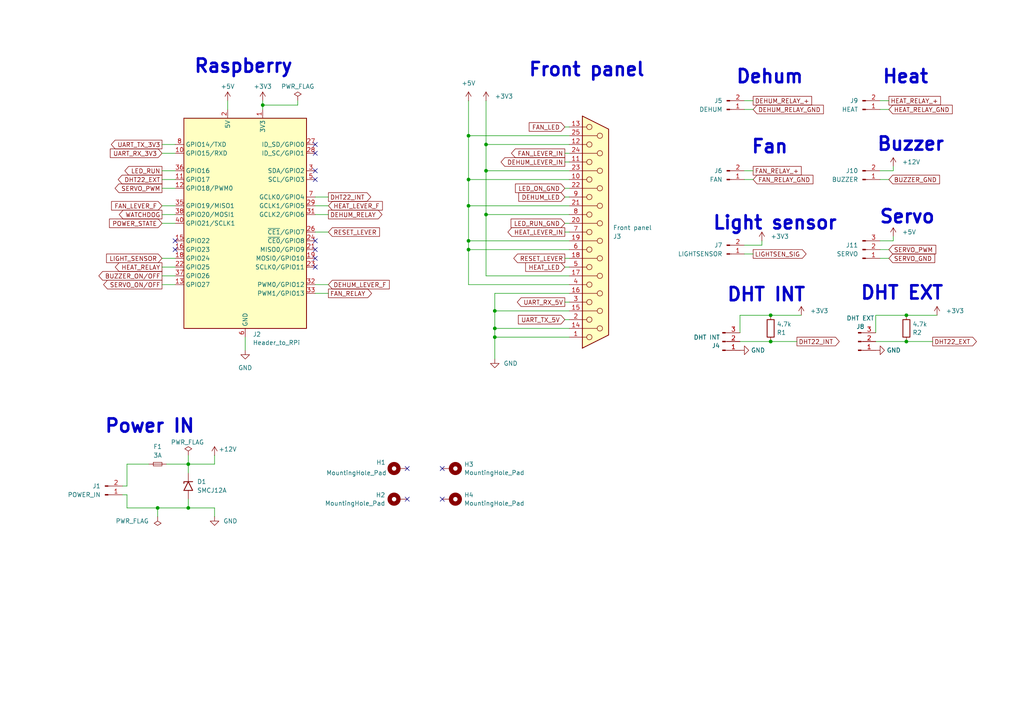
<source format=kicad_sch>
(kicad_sch
	(version 20231120)
	(generator "eeschema")
	(generator_version "8.0")
	(uuid "64b3a806-de91-4fd3-b03d-3eee26f7260d")
	(paper "A4")
	(lib_symbols
		(symbol "Connector:Conn_01x02_Pin"
			(pin_names
				(offset 1.016) hide)
			(exclude_from_sim no)
			(in_bom yes)
			(on_board yes)
			(property "Reference" "J"
				(at 0 2.54 0)
				(effects
					(font
						(size 1.27 1.27)
					)
				)
			)
			(property "Value" "Conn_01x02_Pin"
				(at 0 -5.08 0)
				(effects
					(font
						(size 1.27 1.27)
					)
				)
			)
			(property "Footprint" ""
				(at 0 0 0)
				(effects
					(font
						(size 1.27 1.27)
					)
					(hide yes)
				)
			)
			(property "Datasheet" "~"
				(at 0 0 0)
				(effects
					(font
						(size 1.27 1.27)
					)
					(hide yes)
				)
			)
			(property "Description" "Generic connector, single row, 01x02, script generated"
				(at 0 0 0)
				(effects
					(font
						(size 1.27 1.27)
					)
					(hide yes)
				)
			)
			(property "ki_locked" ""
				(at 0 0 0)
				(effects
					(font
						(size 1.27 1.27)
					)
				)
			)
			(property "ki_keywords" "connector"
				(at 0 0 0)
				(effects
					(font
						(size 1.27 1.27)
					)
					(hide yes)
				)
			)
			(property "ki_fp_filters" "Connector*:*_1x??_*"
				(at 0 0 0)
				(effects
					(font
						(size 1.27 1.27)
					)
					(hide yes)
				)
			)
			(symbol "Conn_01x02_Pin_1_1"
				(polyline
					(pts
						(xy 1.27 -2.54) (xy 0.8636 -2.54)
					)
					(stroke
						(width 0.1524)
						(type default)
					)
					(fill
						(type none)
					)
				)
				(polyline
					(pts
						(xy 1.27 0) (xy 0.8636 0)
					)
					(stroke
						(width 0.1524)
						(type default)
					)
					(fill
						(type none)
					)
				)
				(rectangle
					(start 0.8636 -2.413)
					(end 0 -2.667)
					(stroke
						(width 0.1524)
						(type default)
					)
					(fill
						(type outline)
					)
				)
				(rectangle
					(start 0.8636 0.127)
					(end 0 -0.127)
					(stroke
						(width 0.1524)
						(type default)
					)
					(fill
						(type outline)
					)
				)
				(pin passive line
					(at 5.08 0 180)
					(length 3.81)
					(name "Pin_1"
						(effects
							(font
								(size 1.27 1.27)
							)
						)
					)
					(number "1"
						(effects
							(font
								(size 1.27 1.27)
							)
						)
					)
				)
				(pin passive line
					(at 5.08 -2.54 180)
					(length 3.81)
					(name "Pin_2"
						(effects
							(font
								(size 1.27 1.27)
							)
						)
					)
					(number "2"
						(effects
							(font
								(size 1.27 1.27)
							)
						)
					)
				)
			)
		)
		(symbol "Connector:Conn_01x03_Pin"
			(pin_names
				(offset 1.016) hide)
			(exclude_from_sim no)
			(in_bom yes)
			(on_board yes)
			(property "Reference" "J"
				(at 0 5.08 0)
				(effects
					(font
						(size 1.27 1.27)
					)
				)
			)
			(property "Value" "Conn_01x03_Pin"
				(at 0 -5.08 0)
				(effects
					(font
						(size 1.27 1.27)
					)
				)
			)
			(property "Footprint" ""
				(at 0 0 0)
				(effects
					(font
						(size 1.27 1.27)
					)
					(hide yes)
				)
			)
			(property "Datasheet" "~"
				(at 0 0 0)
				(effects
					(font
						(size 1.27 1.27)
					)
					(hide yes)
				)
			)
			(property "Description" "Generic connector, single row, 01x03, script generated"
				(at 0 0 0)
				(effects
					(font
						(size 1.27 1.27)
					)
					(hide yes)
				)
			)
			(property "ki_locked" ""
				(at 0 0 0)
				(effects
					(font
						(size 1.27 1.27)
					)
				)
			)
			(property "ki_keywords" "connector"
				(at 0 0 0)
				(effects
					(font
						(size 1.27 1.27)
					)
					(hide yes)
				)
			)
			(property "ki_fp_filters" "Connector*:*_1x??_*"
				(at 0 0 0)
				(effects
					(font
						(size 1.27 1.27)
					)
					(hide yes)
				)
			)
			(symbol "Conn_01x03_Pin_1_1"
				(polyline
					(pts
						(xy 1.27 -2.54) (xy 0.8636 -2.54)
					)
					(stroke
						(width 0.1524)
						(type default)
					)
					(fill
						(type none)
					)
				)
				(polyline
					(pts
						(xy 1.27 0) (xy 0.8636 0)
					)
					(stroke
						(width 0.1524)
						(type default)
					)
					(fill
						(type none)
					)
				)
				(polyline
					(pts
						(xy 1.27 2.54) (xy 0.8636 2.54)
					)
					(stroke
						(width 0.1524)
						(type default)
					)
					(fill
						(type none)
					)
				)
				(rectangle
					(start 0.8636 -2.413)
					(end 0 -2.667)
					(stroke
						(width 0.1524)
						(type default)
					)
					(fill
						(type outline)
					)
				)
				(rectangle
					(start 0.8636 0.127)
					(end 0 -0.127)
					(stroke
						(width 0.1524)
						(type default)
					)
					(fill
						(type outline)
					)
				)
				(rectangle
					(start 0.8636 2.667)
					(end 0 2.413)
					(stroke
						(width 0.1524)
						(type default)
					)
					(fill
						(type outline)
					)
				)
				(pin passive line
					(at 5.08 2.54 180)
					(length 3.81)
					(name "Pin_1"
						(effects
							(font
								(size 1.27 1.27)
							)
						)
					)
					(number "1"
						(effects
							(font
								(size 1.27 1.27)
							)
						)
					)
				)
				(pin passive line
					(at 5.08 0 180)
					(length 3.81)
					(name "Pin_2"
						(effects
							(font
								(size 1.27 1.27)
							)
						)
					)
					(number "2"
						(effects
							(font
								(size 1.27 1.27)
							)
						)
					)
				)
				(pin passive line
					(at 5.08 -2.54 180)
					(length 3.81)
					(name "Pin_3"
						(effects
							(font
								(size 1.27 1.27)
							)
						)
					)
					(number "3"
						(effects
							(font
								(size 1.27 1.27)
							)
						)
					)
				)
			)
		)
		(symbol "Connector:DB25_Receptacle"
			(pin_names
				(offset 1.016) hide)
			(exclude_from_sim no)
			(in_bom yes)
			(on_board yes)
			(property "Reference" "J"
				(at 0 34.29 0)
				(effects
					(font
						(size 1.27 1.27)
					)
				)
			)
			(property "Value" "DB25_Receptacle"
				(at 0 -34.925 0)
				(effects
					(font
						(size 1.27 1.27)
					)
				)
			)
			(property "Footprint" ""
				(at 0 0 0)
				(effects
					(font
						(size 1.27 1.27)
					)
					(hide yes)
				)
			)
			(property "Datasheet" "~"
				(at 0 0 0)
				(effects
					(font
						(size 1.27 1.27)
					)
					(hide yes)
				)
			)
			(property "Description" "25-pin female receptacle socket D-SUB connector"
				(at 0 0 0)
				(effects
					(font
						(size 1.27 1.27)
					)
					(hide yes)
				)
			)
			(property "ki_keywords" "female receptacle D-SUB connector"
				(at 0 0 0)
				(effects
					(font
						(size 1.27 1.27)
					)
					(hide yes)
				)
			)
			(property "ki_fp_filters" "DSUB*Female*"
				(at 0 0 0)
				(effects
					(font
						(size 1.27 1.27)
					)
					(hide yes)
				)
			)
			(symbol "DB25_Receptacle_0_1"
				(circle
					(center -1.778 -30.48)
					(radius 0.762)
					(stroke
						(width 0)
						(type default)
					)
					(fill
						(type none)
					)
				)
				(circle
					(center -1.778 -25.4)
					(radius 0.762)
					(stroke
						(width 0)
						(type default)
					)
					(fill
						(type none)
					)
				)
				(circle
					(center -1.778 -20.32)
					(radius 0.762)
					(stroke
						(width 0)
						(type default)
					)
					(fill
						(type none)
					)
				)
				(circle
					(center -1.778 -15.24)
					(radius 0.762)
					(stroke
						(width 0)
						(type default)
					)
					(fill
						(type none)
					)
				)
				(circle
					(center -1.778 -10.16)
					(radius 0.762)
					(stroke
						(width 0)
						(type default)
					)
					(fill
						(type none)
					)
				)
				(circle
					(center -1.778 -5.08)
					(radius 0.762)
					(stroke
						(width 0)
						(type default)
					)
					(fill
						(type none)
					)
				)
				(circle
					(center -1.778 0)
					(radius 0.762)
					(stroke
						(width 0)
						(type default)
					)
					(fill
						(type none)
					)
				)
				(circle
					(center -1.778 5.08)
					(radius 0.762)
					(stroke
						(width 0)
						(type default)
					)
					(fill
						(type none)
					)
				)
				(circle
					(center -1.778 10.16)
					(radius 0.762)
					(stroke
						(width 0)
						(type default)
					)
					(fill
						(type none)
					)
				)
				(circle
					(center -1.778 15.24)
					(radius 0.762)
					(stroke
						(width 0)
						(type default)
					)
					(fill
						(type none)
					)
				)
				(circle
					(center -1.778 20.32)
					(radius 0.762)
					(stroke
						(width 0)
						(type default)
					)
					(fill
						(type none)
					)
				)
				(circle
					(center -1.778 25.4)
					(radius 0.762)
					(stroke
						(width 0)
						(type default)
					)
					(fill
						(type none)
					)
				)
				(circle
					(center -1.778 30.48)
					(radius 0.762)
					(stroke
						(width 0)
						(type default)
					)
					(fill
						(type none)
					)
				)
				(polyline
					(pts
						(xy -3.81 -30.48) (xy -2.54 -30.48)
					)
					(stroke
						(width 0)
						(type default)
					)
					(fill
						(type none)
					)
				)
				(polyline
					(pts
						(xy -3.81 -27.94) (xy 0.508 -27.94)
					)
					(stroke
						(width 0)
						(type default)
					)
					(fill
						(type none)
					)
				)
				(polyline
					(pts
						(xy -3.81 -25.4) (xy -2.54 -25.4)
					)
					(stroke
						(width 0)
						(type default)
					)
					(fill
						(type none)
					)
				)
				(polyline
					(pts
						(xy -3.81 -22.86) (xy 0.508 -22.86)
					)
					(stroke
						(width 0)
						(type default)
					)
					(fill
						(type none)
					)
				)
				(polyline
					(pts
						(xy -3.81 -20.32) (xy -2.54 -20.32)
					)
					(stroke
						(width 0)
						(type default)
					)
					(fill
						(type none)
					)
				)
				(polyline
					(pts
						(xy -3.81 -17.78) (xy 0.508 -17.78)
					)
					(stroke
						(width 0)
						(type default)
					)
					(fill
						(type none)
					)
				)
				(polyline
					(pts
						(xy -3.81 -15.24) (xy -2.54 -15.24)
					)
					(stroke
						(width 0)
						(type default)
					)
					(fill
						(type none)
					)
				)
				(polyline
					(pts
						(xy -3.81 -12.7) (xy 0.508 -12.7)
					)
					(stroke
						(width 0)
						(type default)
					)
					(fill
						(type none)
					)
				)
				(polyline
					(pts
						(xy -3.81 -10.16) (xy -2.54 -10.16)
					)
					(stroke
						(width 0)
						(type default)
					)
					(fill
						(type none)
					)
				)
				(polyline
					(pts
						(xy -3.81 -7.62) (xy 0.508 -7.62)
					)
					(stroke
						(width 0)
						(type default)
					)
					(fill
						(type none)
					)
				)
				(polyline
					(pts
						(xy -3.81 -5.08) (xy -2.54 -5.08)
					)
					(stroke
						(width 0)
						(type default)
					)
					(fill
						(type none)
					)
				)
				(polyline
					(pts
						(xy -3.81 -2.54) (xy 0.508 -2.54)
					)
					(stroke
						(width 0)
						(type default)
					)
					(fill
						(type none)
					)
				)
				(polyline
					(pts
						(xy -3.81 0) (xy -2.54 0)
					)
					(stroke
						(width 0)
						(type default)
					)
					(fill
						(type none)
					)
				)
				(polyline
					(pts
						(xy -3.81 2.54) (xy 0.508 2.54)
					)
					(stroke
						(width 0)
						(type default)
					)
					(fill
						(type none)
					)
				)
				(polyline
					(pts
						(xy -3.81 5.08) (xy -2.54 5.08)
					)
					(stroke
						(width 0)
						(type default)
					)
					(fill
						(type none)
					)
				)
				(polyline
					(pts
						(xy -3.81 7.62) (xy 0.508 7.62)
					)
					(stroke
						(width 0)
						(type default)
					)
					(fill
						(type none)
					)
				)
				(polyline
					(pts
						(xy -3.81 10.16) (xy -2.54 10.16)
					)
					(stroke
						(width 0)
						(type default)
					)
					(fill
						(type none)
					)
				)
				(polyline
					(pts
						(xy -3.81 12.7) (xy 0.508 12.7)
					)
					(stroke
						(width 0)
						(type default)
					)
					(fill
						(type none)
					)
				)
				(polyline
					(pts
						(xy -3.81 15.24) (xy -2.54 15.24)
					)
					(stroke
						(width 0)
						(type default)
					)
					(fill
						(type none)
					)
				)
				(polyline
					(pts
						(xy -3.81 17.78) (xy 0.508 17.78)
					)
					(stroke
						(width 0)
						(type default)
					)
					(fill
						(type none)
					)
				)
				(polyline
					(pts
						(xy -3.81 20.32) (xy -2.54 20.32)
					)
					(stroke
						(width 0)
						(type default)
					)
					(fill
						(type none)
					)
				)
				(polyline
					(pts
						(xy -3.81 22.86) (xy 0.508 22.86)
					)
					(stroke
						(width 0)
						(type default)
					)
					(fill
						(type none)
					)
				)
				(polyline
					(pts
						(xy -3.81 25.4) (xy -2.54 25.4)
					)
					(stroke
						(width 0)
						(type default)
					)
					(fill
						(type none)
					)
				)
				(polyline
					(pts
						(xy -3.81 27.94) (xy 0.508 27.94)
					)
					(stroke
						(width 0)
						(type default)
					)
					(fill
						(type none)
					)
				)
				(polyline
					(pts
						(xy -3.81 30.48) (xy -2.54 30.48)
					)
					(stroke
						(width 0)
						(type default)
					)
					(fill
						(type none)
					)
				)
				(polyline
					(pts
						(xy -3.81 33.655) (xy 3.81 29.845) (xy 3.81 -29.845) (xy -3.81 -33.655) (xy -3.81 33.655)
					)
					(stroke
						(width 0.254)
						(type default)
					)
					(fill
						(type background)
					)
				)
				(circle
					(center 1.27 -27.94)
					(radius 0.762)
					(stroke
						(width 0)
						(type default)
					)
					(fill
						(type none)
					)
				)
				(circle
					(center 1.27 -22.86)
					(radius 0.762)
					(stroke
						(width 0)
						(type default)
					)
					(fill
						(type none)
					)
				)
				(circle
					(center 1.27 -17.78)
					(radius 0.762)
					(stroke
						(width 0)
						(type default)
					)
					(fill
						(type none)
					)
				)
				(circle
					(center 1.27 -12.7)
					(radius 0.762)
					(stroke
						(width 0)
						(type default)
					)
					(fill
						(type none)
					)
				)
				(circle
					(center 1.27 -7.62)
					(radius 0.762)
					(stroke
						(width 0)
						(type default)
					)
					(fill
						(type none)
					)
				)
				(circle
					(center 1.27 -2.54)
					(radius 0.762)
					(stroke
						(width 0)
						(type default)
					)
					(fill
						(type none)
					)
				)
				(circle
					(center 1.27 2.54)
					(radius 0.762)
					(stroke
						(width 0)
						(type default)
					)
					(fill
						(type none)
					)
				)
				(circle
					(center 1.27 7.62)
					(radius 0.762)
					(stroke
						(width 0)
						(type default)
					)
					(fill
						(type none)
					)
				)
				(circle
					(center 1.27 12.7)
					(radius 0.762)
					(stroke
						(width 0)
						(type default)
					)
					(fill
						(type none)
					)
				)
				(circle
					(center 1.27 17.78)
					(radius 0.762)
					(stroke
						(width 0)
						(type default)
					)
					(fill
						(type none)
					)
				)
				(circle
					(center 1.27 22.86)
					(radius 0.762)
					(stroke
						(width 0)
						(type default)
					)
					(fill
						(type none)
					)
				)
				(circle
					(center 1.27 27.94)
					(radius 0.762)
					(stroke
						(width 0)
						(type default)
					)
					(fill
						(type none)
					)
				)
			)
			(symbol "DB25_Receptacle_1_1"
				(pin passive line
					(at -7.62 30.48 0)
					(length 3.81)
					(name "1"
						(effects
							(font
								(size 1.27 1.27)
							)
						)
					)
					(number "1"
						(effects
							(font
								(size 1.27 1.27)
							)
						)
					)
				)
				(pin passive line
					(at -7.62 -15.24 0)
					(length 3.81)
					(name "10"
						(effects
							(font
								(size 1.27 1.27)
							)
						)
					)
					(number "10"
						(effects
							(font
								(size 1.27 1.27)
							)
						)
					)
				)
				(pin passive line
					(at -7.62 -20.32 0)
					(length 3.81)
					(name "11"
						(effects
							(font
								(size 1.27 1.27)
							)
						)
					)
					(number "11"
						(effects
							(font
								(size 1.27 1.27)
							)
						)
					)
				)
				(pin passive line
					(at -7.62 -25.4 0)
					(length 3.81)
					(name "12"
						(effects
							(font
								(size 1.27 1.27)
							)
						)
					)
					(number "12"
						(effects
							(font
								(size 1.27 1.27)
							)
						)
					)
				)
				(pin passive line
					(at -7.62 -30.48 0)
					(length 3.81)
					(name "13"
						(effects
							(font
								(size 1.27 1.27)
							)
						)
					)
					(number "13"
						(effects
							(font
								(size 1.27 1.27)
							)
						)
					)
				)
				(pin passive line
					(at -7.62 27.94 0)
					(length 3.81)
					(name "P14"
						(effects
							(font
								(size 1.27 1.27)
							)
						)
					)
					(number "14"
						(effects
							(font
								(size 1.27 1.27)
							)
						)
					)
				)
				(pin passive line
					(at -7.62 22.86 0)
					(length 3.81)
					(name "P15"
						(effects
							(font
								(size 1.27 1.27)
							)
						)
					)
					(number "15"
						(effects
							(font
								(size 1.27 1.27)
							)
						)
					)
				)
				(pin passive line
					(at -7.62 17.78 0)
					(length 3.81)
					(name "P16"
						(effects
							(font
								(size 1.27 1.27)
							)
						)
					)
					(number "16"
						(effects
							(font
								(size 1.27 1.27)
							)
						)
					)
				)
				(pin passive line
					(at -7.62 12.7 0)
					(length 3.81)
					(name "P17"
						(effects
							(font
								(size 1.27 1.27)
							)
						)
					)
					(number "17"
						(effects
							(font
								(size 1.27 1.27)
							)
						)
					)
				)
				(pin passive line
					(at -7.62 7.62 0)
					(length 3.81)
					(name "P18"
						(effects
							(font
								(size 1.27 1.27)
							)
						)
					)
					(number "18"
						(effects
							(font
								(size 1.27 1.27)
							)
						)
					)
				)
				(pin passive line
					(at -7.62 2.54 0)
					(length 3.81)
					(name "P19"
						(effects
							(font
								(size 1.27 1.27)
							)
						)
					)
					(number "19"
						(effects
							(font
								(size 1.27 1.27)
							)
						)
					)
				)
				(pin passive line
					(at -7.62 25.4 0)
					(length 3.81)
					(name "2"
						(effects
							(font
								(size 1.27 1.27)
							)
						)
					)
					(number "2"
						(effects
							(font
								(size 1.27 1.27)
							)
						)
					)
				)
				(pin passive line
					(at -7.62 -2.54 0)
					(length 3.81)
					(name "P20"
						(effects
							(font
								(size 1.27 1.27)
							)
						)
					)
					(number "20"
						(effects
							(font
								(size 1.27 1.27)
							)
						)
					)
				)
				(pin passive line
					(at -7.62 -7.62 0)
					(length 3.81)
					(name "P21"
						(effects
							(font
								(size 1.27 1.27)
							)
						)
					)
					(number "21"
						(effects
							(font
								(size 1.27 1.27)
							)
						)
					)
				)
				(pin passive line
					(at -7.62 -12.7 0)
					(length 3.81)
					(name "P22"
						(effects
							(font
								(size 1.27 1.27)
							)
						)
					)
					(number "22"
						(effects
							(font
								(size 1.27 1.27)
							)
						)
					)
				)
				(pin passive line
					(at -7.62 -17.78 0)
					(length 3.81)
					(name "P23"
						(effects
							(font
								(size 1.27 1.27)
							)
						)
					)
					(number "23"
						(effects
							(font
								(size 1.27 1.27)
							)
						)
					)
				)
				(pin passive line
					(at -7.62 -22.86 0)
					(length 3.81)
					(name "P24"
						(effects
							(font
								(size 1.27 1.27)
							)
						)
					)
					(number "24"
						(effects
							(font
								(size 1.27 1.27)
							)
						)
					)
				)
				(pin passive line
					(at -7.62 -27.94 0)
					(length 3.81)
					(name "P25"
						(effects
							(font
								(size 1.27 1.27)
							)
						)
					)
					(number "25"
						(effects
							(font
								(size 1.27 1.27)
							)
						)
					)
				)
				(pin passive line
					(at -7.62 20.32 0)
					(length 3.81)
					(name "3"
						(effects
							(font
								(size 1.27 1.27)
							)
						)
					)
					(number "3"
						(effects
							(font
								(size 1.27 1.27)
							)
						)
					)
				)
				(pin passive line
					(at -7.62 15.24 0)
					(length 3.81)
					(name "4"
						(effects
							(font
								(size 1.27 1.27)
							)
						)
					)
					(number "4"
						(effects
							(font
								(size 1.27 1.27)
							)
						)
					)
				)
				(pin passive line
					(at -7.62 10.16 0)
					(length 3.81)
					(name "5"
						(effects
							(font
								(size 1.27 1.27)
							)
						)
					)
					(number "5"
						(effects
							(font
								(size 1.27 1.27)
							)
						)
					)
				)
				(pin passive line
					(at -7.62 5.08 0)
					(length 3.81)
					(name "6"
						(effects
							(font
								(size 1.27 1.27)
							)
						)
					)
					(number "6"
						(effects
							(font
								(size 1.27 1.27)
							)
						)
					)
				)
				(pin passive line
					(at -7.62 0 0)
					(length 3.81)
					(name "7"
						(effects
							(font
								(size 1.27 1.27)
							)
						)
					)
					(number "7"
						(effects
							(font
								(size 1.27 1.27)
							)
						)
					)
				)
				(pin passive line
					(at -7.62 -5.08 0)
					(length 3.81)
					(name "8"
						(effects
							(font
								(size 1.27 1.27)
							)
						)
					)
					(number "8"
						(effects
							(font
								(size 1.27 1.27)
							)
						)
					)
				)
				(pin passive line
					(at -7.62 -10.16 0)
					(length 3.81)
					(name "9"
						(effects
							(font
								(size 1.27 1.27)
							)
						)
					)
					(number "9"
						(effects
							(font
								(size 1.27 1.27)
							)
						)
					)
				)
			)
		)
		(symbol "Connector:Raspberry_Pi_2_3"
			(exclude_from_sim no)
			(in_bom yes)
			(on_board yes)
			(property "Reference" "J"
				(at -17.78 31.75 0)
				(effects
					(font
						(size 1.27 1.27)
					)
					(justify left bottom)
				)
			)
			(property "Value" "Raspberry_Pi_2_3"
				(at 10.16 -31.75 0)
				(effects
					(font
						(size 1.27 1.27)
					)
					(justify left top)
				)
			)
			(property "Footprint" ""
				(at 0 0 0)
				(effects
					(font
						(size 1.27 1.27)
					)
					(hide yes)
				)
			)
			(property "Datasheet" "https://www.raspberrypi.org/documentation/hardware/raspberrypi/schematics/rpi_SCH_3bplus_1p0_reduced.pdf"
				(at 60.96 -44.45 0)
				(effects
					(font
						(size 1.27 1.27)
					)
					(hide yes)
				)
			)
			(property "Description" "expansion header for Raspberry Pi 2 & 3"
				(at 0 0 0)
				(effects
					(font
						(size 1.27 1.27)
					)
					(hide yes)
				)
			)
			(property "ki_keywords" "raspberrypi gpio"
				(at 0 0 0)
				(effects
					(font
						(size 1.27 1.27)
					)
					(hide yes)
				)
			)
			(property "ki_fp_filters" "PinHeader*2x20*P2.54mm*Vertical* PinSocket*2x20*P2.54mm*Vertical*"
				(at 0 0 0)
				(effects
					(font
						(size 1.27 1.27)
					)
					(hide yes)
				)
			)
			(symbol "Raspberry_Pi_2_3_0_1"
				(rectangle
					(start -17.78 30.48)
					(end 17.78 -30.48)
					(stroke
						(width 0.254)
						(type default)
					)
					(fill
						(type background)
					)
				)
			)
			(symbol "Raspberry_Pi_2_3_1_1"
				(pin power_in line
					(at 5.08 33.02 270)
					(length 2.54)
					(name "3V3"
						(effects
							(font
								(size 1.27 1.27)
							)
						)
					)
					(number "1"
						(effects
							(font
								(size 1.27 1.27)
							)
						)
					)
				)
				(pin bidirectional line
					(at -20.32 20.32 0)
					(length 2.54)
					(name "GPIO15/RXD"
						(effects
							(font
								(size 1.27 1.27)
							)
						)
					)
					(number "10"
						(effects
							(font
								(size 1.27 1.27)
							)
						)
					)
				)
				(pin bidirectional line
					(at -20.32 12.7 0)
					(length 2.54)
					(name "GPIO17"
						(effects
							(font
								(size 1.27 1.27)
							)
						)
					)
					(number "11"
						(effects
							(font
								(size 1.27 1.27)
							)
						)
					)
				)
				(pin bidirectional line
					(at -20.32 10.16 0)
					(length 2.54)
					(name "GPIO18/PWM0"
						(effects
							(font
								(size 1.27 1.27)
							)
						)
					)
					(number "12"
						(effects
							(font
								(size 1.27 1.27)
							)
						)
					)
				)
				(pin bidirectional line
					(at -20.32 -17.78 0)
					(length 2.54)
					(name "GPIO27"
						(effects
							(font
								(size 1.27 1.27)
							)
						)
					)
					(number "13"
						(effects
							(font
								(size 1.27 1.27)
							)
						)
					)
				)
				(pin passive line
					(at 0 -33.02 90)
					(length 2.54) hide
					(name "GND"
						(effects
							(font
								(size 1.27 1.27)
							)
						)
					)
					(number "14"
						(effects
							(font
								(size 1.27 1.27)
							)
						)
					)
				)
				(pin bidirectional line
					(at -20.32 -5.08 0)
					(length 2.54)
					(name "GPIO22"
						(effects
							(font
								(size 1.27 1.27)
							)
						)
					)
					(number "15"
						(effects
							(font
								(size 1.27 1.27)
							)
						)
					)
				)
				(pin bidirectional line
					(at -20.32 -7.62 0)
					(length 2.54)
					(name "GPIO23"
						(effects
							(font
								(size 1.27 1.27)
							)
						)
					)
					(number "16"
						(effects
							(font
								(size 1.27 1.27)
							)
						)
					)
				)
				(pin passive line
					(at 5.08 33.02 270)
					(length 2.54) hide
					(name "3V3"
						(effects
							(font
								(size 1.27 1.27)
							)
						)
					)
					(number "17"
						(effects
							(font
								(size 1.27 1.27)
							)
						)
					)
				)
				(pin bidirectional line
					(at -20.32 -10.16 0)
					(length 2.54)
					(name "GPIO24"
						(effects
							(font
								(size 1.27 1.27)
							)
						)
					)
					(number "18"
						(effects
							(font
								(size 1.27 1.27)
							)
						)
					)
				)
				(pin bidirectional line
					(at 20.32 -10.16 180)
					(length 2.54)
					(name "MOSI0/GPIO10"
						(effects
							(font
								(size 1.27 1.27)
							)
						)
					)
					(number "19"
						(effects
							(font
								(size 1.27 1.27)
							)
						)
					)
				)
				(pin power_in line
					(at -5.08 33.02 270)
					(length 2.54)
					(name "5V"
						(effects
							(font
								(size 1.27 1.27)
							)
						)
					)
					(number "2"
						(effects
							(font
								(size 1.27 1.27)
							)
						)
					)
				)
				(pin passive line
					(at 0 -33.02 90)
					(length 2.54) hide
					(name "GND"
						(effects
							(font
								(size 1.27 1.27)
							)
						)
					)
					(number "20"
						(effects
							(font
								(size 1.27 1.27)
							)
						)
					)
				)
				(pin bidirectional line
					(at 20.32 -7.62 180)
					(length 2.54)
					(name "MISO0/GPIO9"
						(effects
							(font
								(size 1.27 1.27)
							)
						)
					)
					(number "21"
						(effects
							(font
								(size 1.27 1.27)
							)
						)
					)
				)
				(pin bidirectional line
					(at -20.32 -12.7 0)
					(length 2.54)
					(name "GPIO25"
						(effects
							(font
								(size 1.27 1.27)
							)
						)
					)
					(number "22"
						(effects
							(font
								(size 1.27 1.27)
							)
						)
					)
				)
				(pin bidirectional line
					(at 20.32 -12.7 180)
					(length 2.54)
					(name "SCLK0/GPIO11"
						(effects
							(font
								(size 1.27 1.27)
							)
						)
					)
					(number "23"
						(effects
							(font
								(size 1.27 1.27)
							)
						)
					)
				)
				(pin bidirectional line
					(at 20.32 -5.08 180)
					(length 2.54)
					(name "~{CE0}/GPIO8"
						(effects
							(font
								(size 1.27 1.27)
							)
						)
					)
					(number "24"
						(effects
							(font
								(size 1.27 1.27)
							)
						)
					)
				)
				(pin passive line
					(at 0 -33.02 90)
					(length 2.54) hide
					(name "GND"
						(effects
							(font
								(size 1.27 1.27)
							)
						)
					)
					(number "25"
						(effects
							(font
								(size 1.27 1.27)
							)
						)
					)
				)
				(pin bidirectional line
					(at 20.32 -2.54 180)
					(length 2.54)
					(name "~{CE1}/GPIO7"
						(effects
							(font
								(size 1.27 1.27)
							)
						)
					)
					(number "26"
						(effects
							(font
								(size 1.27 1.27)
							)
						)
					)
				)
				(pin bidirectional line
					(at 20.32 22.86 180)
					(length 2.54)
					(name "ID_SD/GPIO0"
						(effects
							(font
								(size 1.27 1.27)
							)
						)
					)
					(number "27"
						(effects
							(font
								(size 1.27 1.27)
							)
						)
					)
				)
				(pin bidirectional line
					(at 20.32 20.32 180)
					(length 2.54)
					(name "ID_SC/GPIO1"
						(effects
							(font
								(size 1.27 1.27)
							)
						)
					)
					(number "28"
						(effects
							(font
								(size 1.27 1.27)
							)
						)
					)
				)
				(pin bidirectional line
					(at 20.32 5.08 180)
					(length 2.54)
					(name "GCLK1/GPIO5"
						(effects
							(font
								(size 1.27 1.27)
							)
						)
					)
					(number "29"
						(effects
							(font
								(size 1.27 1.27)
							)
						)
					)
				)
				(pin bidirectional line
					(at 20.32 15.24 180)
					(length 2.54)
					(name "SDA/GPIO2"
						(effects
							(font
								(size 1.27 1.27)
							)
						)
					)
					(number "3"
						(effects
							(font
								(size 1.27 1.27)
							)
						)
					)
				)
				(pin passive line
					(at 0 -33.02 90)
					(length 2.54) hide
					(name "GND"
						(effects
							(font
								(size 1.27 1.27)
							)
						)
					)
					(number "30"
						(effects
							(font
								(size 1.27 1.27)
							)
						)
					)
				)
				(pin bidirectional line
					(at 20.32 2.54 180)
					(length 2.54)
					(name "GCLK2/GPIO6"
						(effects
							(font
								(size 1.27 1.27)
							)
						)
					)
					(number "31"
						(effects
							(font
								(size 1.27 1.27)
							)
						)
					)
				)
				(pin bidirectional line
					(at 20.32 -17.78 180)
					(length 2.54)
					(name "PWM0/GPIO12"
						(effects
							(font
								(size 1.27 1.27)
							)
						)
					)
					(number "32"
						(effects
							(font
								(size 1.27 1.27)
							)
						)
					)
				)
				(pin bidirectional line
					(at 20.32 -20.32 180)
					(length 2.54)
					(name "PWM1/GPIO13"
						(effects
							(font
								(size 1.27 1.27)
							)
						)
					)
					(number "33"
						(effects
							(font
								(size 1.27 1.27)
							)
						)
					)
				)
				(pin passive line
					(at 0 -33.02 90)
					(length 2.54) hide
					(name "GND"
						(effects
							(font
								(size 1.27 1.27)
							)
						)
					)
					(number "34"
						(effects
							(font
								(size 1.27 1.27)
							)
						)
					)
				)
				(pin bidirectional line
					(at -20.32 5.08 0)
					(length 2.54)
					(name "GPIO19/MISO1"
						(effects
							(font
								(size 1.27 1.27)
							)
						)
					)
					(number "35"
						(effects
							(font
								(size 1.27 1.27)
							)
						)
					)
				)
				(pin bidirectional line
					(at -20.32 15.24 0)
					(length 2.54)
					(name "GPIO16"
						(effects
							(font
								(size 1.27 1.27)
							)
						)
					)
					(number "36"
						(effects
							(font
								(size 1.27 1.27)
							)
						)
					)
				)
				(pin bidirectional line
					(at -20.32 -15.24 0)
					(length 2.54)
					(name "GPIO26"
						(effects
							(font
								(size 1.27 1.27)
							)
						)
					)
					(number "37"
						(effects
							(font
								(size 1.27 1.27)
							)
						)
					)
				)
				(pin bidirectional line
					(at -20.32 2.54 0)
					(length 2.54)
					(name "GPIO20/MOSI1"
						(effects
							(font
								(size 1.27 1.27)
							)
						)
					)
					(number "38"
						(effects
							(font
								(size 1.27 1.27)
							)
						)
					)
				)
				(pin passive line
					(at 0 -33.02 90)
					(length 2.54) hide
					(name "GND"
						(effects
							(font
								(size 1.27 1.27)
							)
						)
					)
					(number "39"
						(effects
							(font
								(size 1.27 1.27)
							)
						)
					)
				)
				(pin passive line
					(at -5.08 33.02 270)
					(length 2.54) hide
					(name "5V"
						(effects
							(font
								(size 1.27 1.27)
							)
						)
					)
					(number "4"
						(effects
							(font
								(size 1.27 1.27)
							)
						)
					)
				)
				(pin bidirectional line
					(at -20.32 0 0)
					(length 2.54)
					(name "GPIO21/SCLK1"
						(effects
							(font
								(size 1.27 1.27)
							)
						)
					)
					(number "40"
						(effects
							(font
								(size 1.27 1.27)
							)
						)
					)
				)
				(pin bidirectional line
					(at 20.32 12.7 180)
					(length 2.54)
					(name "SCL/GPIO3"
						(effects
							(font
								(size 1.27 1.27)
							)
						)
					)
					(number "5"
						(effects
							(font
								(size 1.27 1.27)
							)
						)
					)
				)
				(pin power_in line
					(at 0 -33.02 90)
					(length 2.54)
					(name "GND"
						(effects
							(font
								(size 1.27 1.27)
							)
						)
					)
					(number "6"
						(effects
							(font
								(size 1.27 1.27)
							)
						)
					)
				)
				(pin bidirectional line
					(at 20.32 7.62 180)
					(length 2.54)
					(name "GCLK0/GPIO4"
						(effects
							(font
								(size 1.27 1.27)
							)
						)
					)
					(number "7"
						(effects
							(font
								(size 1.27 1.27)
							)
						)
					)
				)
				(pin bidirectional line
					(at -20.32 22.86 0)
					(length 2.54)
					(name "GPIO14/TXD"
						(effects
							(font
								(size 1.27 1.27)
							)
						)
					)
					(number "8"
						(effects
							(font
								(size 1.27 1.27)
							)
						)
					)
				)
				(pin passive line
					(at 0 -33.02 90)
					(length 2.54) hide
					(name "GND"
						(effects
							(font
								(size 1.27 1.27)
							)
						)
					)
					(number "9"
						(effects
							(font
								(size 1.27 1.27)
							)
						)
					)
				)
			)
		)
		(symbol "Device:Fuse_Small"
			(pin_numbers hide)
			(pin_names
				(offset 0.254) hide)
			(exclude_from_sim no)
			(in_bom yes)
			(on_board yes)
			(property "Reference" "F"
				(at 0 -1.524 0)
				(effects
					(font
						(size 1.27 1.27)
					)
				)
			)
			(property "Value" "Fuse_Small"
				(at 0 1.524 0)
				(effects
					(font
						(size 1.27 1.27)
					)
				)
			)
			(property "Footprint" ""
				(at 0 0 0)
				(effects
					(font
						(size 1.27 1.27)
					)
					(hide yes)
				)
			)
			(property "Datasheet" "~"
				(at 0 0 0)
				(effects
					(font
						(size 1.27 1.27)
					)
					(hide yes)
				)
			)
			(property "Description" "Fuse, small symbol"
				(at 0 0 0)
				(effects
					(font
						(size 1.27 1.27)
					)
					(hide yes)
				)
			)
			(property "ki_keywords" "fuse"
				(at 0 0 0)
				(effects
					(font
						(size 1.27 1.27)
					)
					(hide yes)
				)
			)
			(property "ki_fp_filters" "*Fuse*"
				(at 0 0 0)
				(effects
					(font
						(size 1.27 1.27)
					)
					(hide yes)
				)
			)
			(symbol "Fuse_Small_0_1"
				(rectangle
					(start -1.27 0.508)
					(end 1.27 -0.508)
					(stroke
						(width 0)
						(type default)
					)
					(fill
						(type none)
					)
				)
				(polyline
					(pts
						(xy -1.27 0) (xy 1.27 0)
					)
					(stroke
						(width 0)
						(type default)
					)
					(fill
						(type none)
					)
				)
			)
			(symbol "Fuse_Small_1_1"
				(pin passive line
					(at -2.54 0 0)
					(length 1.27)
					(name "~"
						(effects
							(font
								(size 1.27 1.27)
							)
						)
					)
					(number "1"
						(effects
							(font
								(size 1.27 1.27)
							)
						)
					)
				)
				(pin passive line
					(at 2.54 0 180)
					(length 1.27)
					(name "~"
						(effects
							(font
								(size 1.27 1.27)
							)
						)
					)
					(number "2"
						(effects
							(font
								(size 1.27 1.27)
							)
						)
					)
				)
			)
		)
		(symbol "Device:R"
			(pin_numbers hide)
			(pin_names
				(offset 0)
			)
			(exclude_from_sim no)
			(in_bom yes)
			(on_board yes)
			(property "Reference" "R"
				(at 2.032 0 90)
				(effects
					(font
						(size 1.27 1.27)
					)
				)
			)
			(property "Value" "R"
				(at 0 0 90)
				(effects
					(font
						(size 1.27 1.27)
					)
				)
			)
			(property "Footprint" ""
				(at -1.778 0 90)
				(effects
					(font
						(size 1.27 1.27)
					)
					(hide yes)
				)
			)
			(property "Datasheet" "~"
				(at 0 0 0)
				(effects
					(font
						(size 1.27 1.27)
					)
					(hide yes)
				)
			)
			(property "Description" "Resistor"
				(at 0 0 0)
				(effects
					(font
						(size 1.27 1.27)
					)
					(hide yes)
				)
			)
			(property "ki_keywords" "R res resistor"
				(at 0 0 0)
				(effects
					(font
						(size 1.27 1.27)
					)
					(hide yes)
				)
			)
			(property "ki_fp_filters" "R_*"
				(at 0 0 0)
				(effects
					(font
						(size 1.27 1.27)
					)
					(hide yes)
				)
			)
			(symbol "R_0_1"
				(rectangle
					(start -1.016 -2.54)
					(end 1.016 2.54)
					(stroke
						(width 0.254)
						(type default)
					)
					(fill
						(type none)
					)
				)
			)
			(symbol "R_1_1"
				(pin passive line
					(at 0 3.81 270)
					(length 1.27)
					(name "~"
						(effects
							(font
								(size 1.27 1.27)
							)
						)
					)
					(number "1"
						(effects
							(font
								(size 1.27 1.27)
							)
						)
					)
				)
				(pin passive line
					(at 0 -3.81 90)
					(length 1.27)
					(name "~"
						(effects
							(font
								(size 1.27 1.27)
							)
						)
					)
					(number "2"
						(effects
							(font
								(size 1.27 1.27)
							)
						)
					)
				)
			)
		)
		(symbol "Diode:SMAJ12A"
			(pin_numbers hide)
			(pin_names
				(offset 1.016) hide)
			(exclude_from_sim no)
			(in_bom yes)
			(on_board yes)
			(property "Reference" "D"
				(at 0 2.54 0)
				(effects
					(font
						(size 1.27 1.27)
					)
				)
			)
			(property "Value" "SMAJ12A"
				(at 0 -2.54 0)
				(effects
					(font
						(size 1.27 1.27)
					)
				)
			)
			(property "Footprint" "Diode_SMD:D_SMA"
				(at 0 -5.08 0)
				(effects
					(font
						(size 1.27 1.27)
					)
					(hide yes)
				)
			)
			(property "Datasheet" "https://www.littelfuse.com/media?resourcetype=datasheets&itemid=75e32973-b177-4ee3-a0ff-cedaf1abdb93&filename=smaj-datasheet"
				(at -1.27 0 0)
				(effects
					(font
						(size 1.27 1.27)
					)
					(hide yes)
				)
			)
			(property "Description" "400W unidirectional Transient Voltage Suppressor, 12.0Vr, SMA(DO-214AC)"
				(at 0 0 0)
				(effects
					(font
						(size 1.27 1.27)
					)
					(hide yes)
				)
			)
			(property "ki_keywords" "unidirectional diode TVS voltage suppressor"
				(at 0 0 0)
				(effects
					(font
						(size 1.27 1.27)
					)
					(hide yes)
				)
			)
			(property "ki_fp_filters" "D*SMA*"
				(at 0 0 0)
				(effects
					(font
						(size 1.27 1.27)
					)
					(hide yes)
				)
			)
			(symbol "SMAJ12A_0_1"
				(polyline
					(pts
						(xy -0.762 1.27) (xy -1.27 1.27) (xy -1.27 -1.27)
					)
					(stroke
						(width 0.254)
						(type default)
					)
					(fill
						(type none)
					)
				)
				(polyline
					(pts
						(xy 1.27 1.27) (xy 1.27 -1.27) (xy -1.27 0) (xy 1.27 1.27)
					)
					(stroke
						(width 0.254)
						(type default)
					)
					(fill
						(type none)
					)
				)
			)
			(symbol "SMAJ12A_1_1"
				(pin passive line
					(at -3.81 0 0)
					(length 2.54)
					(name "A1"
						(effects
							(font
								(size 1.27 1.27)
							)
						)
					)
					(number "1"
						(effects
							(font
								(size 1.27 1.27)
							)
						)
					)
				)
				(pin passive line
					(at 3.81 0 180)
					(length 2.54)
					(name "A2"
						(effects
							(font
								(size 1.27 1.27)
							)
						)
					)
					(number "2"
						(effects
							(font
								(size 1.27 1.27)
							)
						)
					)
				)
			)
		)
		(symbol "Mechanical:MountingHole_Pad"
			(pin_numbers hide)
			(pin_names
				(offset 1.016) hide)
			(exclude_from_sim yes)
			(in_bom no)
			(on_board yes)
			(property "Reference" "H"
				(at 0 6.35 0)
				(effects
					(font
						(size 1.27 1.27)
					)
				)
			)
			(property "Value" "MountingHole_Pad"
				(at 0 4.445 0)
				(effects
					(font
						(size 1.27 1.27)
					)
				)
			)
			(property "Footprint" ""
				(at 0 0 0)
				(effects
					(font
						(size 1.27 1.27)
					)
					(hide yes)
				)
			)
			(property "Datasheet" "~"
				(at 0 0 0)
				(effects
					(font
						(size 1.27 1.27)
					)
					(hide yes)
				)
			)
			(property "Description" "Mounting Hole with connection"
				(at 0 0 0)
				(effects
					(font
						(size 1.27 1.27)
					)
					(hide yes)
				)
			)
			(property "ki_keywords" "mounting hole"
				(at 0 0 0)
				(effects
					(font
						(size 1.27 1.27)
					)
					(hide yes)
				)
			)
			(property "ki_fp_filters" "MountingHole*Pad*"
				(at 0 0 0)
				(effects
					(font
						(size 1.27 1.27)
					)
					(hide yes)
				)
			)
			(symbol "MountingHole_Pad_0_1"
				(circle
					(center 0 1.27)
					(radius 1.27)
					(stroke
						(width 1.27)
						(type default)
					)
					(fill
						(type none)
					)
				)
			)
			(symbol "MountingHole_Pad_1_1"
				(pin input line
					(at 0 -2.54 90)
					(length 2.54)
					(name "1"
						(effects
							(font
								(size 1.27 1.27)
							)
						)
					)
					(number "1"
						(effects
							(font
								(size 1.27 1.27)
							)
						)
					)
				)
			)
		)
		(symbol "power:+12V"
			(power)
			(pin_numbers hide)
			(pin_names
				(offset 0) hide)
			(exclude_from_sim no)
			(in_bom yes)
			(on_board yes)
			(property "Reference" "#PWR"
				(at 0 -3.81 0)
				(effects
					(font
						(size 1.27 1.27)
					)
					(hide yes)
				)
			)
			(property "Value" "+12V"
				(at 0 3.556 0)
				(effects
					(font
						(size 1.27 1.27)
					)
				)
			)
			(property "Footprint" ""
				(at 0 0 0)
				(effects
					(font
						(size 1.27 1.27)
					)
					(hide yes)
				)
			)
			(property "Datasheet" ""
				(at 0 0 0)
				(effects
					(font
						(size 1.27 1.27)
					)
					(hide yes)
				)
			)
			(property "Description" "Power symbol creates a global label with name \"+12V\""
				(at 0 0 0)
				(effects
					(font
						(size 1.27 1.27)
					)
					(hide yes)
				)
			)
			(property "ki_keywords" "global power"
				(at 0 0 0)
				(effects
					(font
						(size 1.27 1.27)
					)
					(hide yes)
				)
			)
			(symbol "+12V_0_1"
				(polyline
					(pts
						(xy -0.762 1.27) (xy 0 2.54)
					)
					(stroke
						(width 0)
						(type default)
					)
					(fill
						(type none)
					)
				)
				(polyline
					(pts
						(xy 0 0) (xy 0 2.54)
					)
					(stroke
						(width 0)
						(type default)
					)
					(fill
						(type none)
					)
				)
				(polyline
					(pts
						(xy 0 2.54) (xy 0.762 1.27)
					)
					(stroke
						(width 0)
						(type default)
					)
					(fill
						(type none)
					)
				)
			)
			(symbol "+12V_1_1"
				(pin power_in line
					(at 0 0 90)
					(length 0)
					(name "~"
						(effects
							(font
								(size 1.27 1.27)
							)
						)
					)
					(number "1"
						(effects
							(font
								(size 1.27 1.27)
							)
						)
					)
				)
			)
		)
		(symbol "power:+3V3"
			(power)
			(pin_numbers hide)
			(pin_names
				(offset 0) hide)
			(exclude_from_sim no)
			(in_bom yes)
			(on_board yes)
			(property "Reference" "#PWR"
				(at 0 -3.81 0)
				(effects
					(font
						(size 1.27 1.27)
					)
					(hide yes)
				)
			)
			(property "Value" "+3V3"
				(at 0 3.556 0)
				(effects
					(font
						(size 1.27 1.27)
					)
				)
			)
			(property "Footprint" ""
				(at 0 0 0)
				(effects
					(font
						(size 1.27 1.27)
					)
					(hide yes)
				)
			)
			(property "Datasheet" ""
				(at 0 0 0)
				(effects
					(font
						(size 1.27 1.27)
					)
					(hide yes)
				)
			)
			(property "Description" "Power symbol creates a global label with name \"+3V3\""
				(at 0 0 0)
				(effects
					(font
						(size 1.27 1.27)
					)
					(hide yes)
				)
			)
			(property "ki_keywords" "global power"
				(at 0 0 0)
				(effects
					(font
						(size 1.27 1.27)
					)
					(hide yes)
				)
			)
			(symbol "+3V3_0_1"
				(polyline
					(pts
						(xy -0.762 1.27) (xy 0 2.54)
					)
					(stroke
						(width 0)
						(type default)
					)
					(fill
						(type none)
					)
				)
				(polyline
					(pts
						(xy 0 0) (xy 0 2.54)
					)
					(stroke
						(width 0)
						(type default)
					)
					(fill
						(type none)
					)
				)
				(polyline
					(pts
						(xy 0 2.54) (xy 0.762 1.27)
					)
					(stroke
						(width 0)
						(type default)
					)
					(fill
						(type none)
					)
				)
			)
			(symbol "+3V3_1_1"
				(pin power_in line
					(at 0 0 90)
					(length 0)
					(name "~"
						(effects
							(font
								(size 1.27 1.27)
							)
						)
					)
					(number "1"
						(effects
							(font
								(size 1.27 1.27)
							)
						)
					)
				)
			)
		)
		(symbol "power:+5V"
			(power)
			(pin_numbers hide)
			(pin_names
				(offset 0) hide)
			(exclude_from_sim no)
			(in_bom yes)
			(on_board yes)
			(property "Reference" "#PWR"
				(at 0 -3.81 0)
				(effects
					(font
						(size 1.27 1.27)
					)
					(hide yes)
				)
			)
			(property "Value" "+5V"
				(at 0 3.556 0)
				(effects
					(font
						(size 1.27 1.27)
					)
				)
			)
			(property "Footprint" ""
				(at 0 0 0)
				(effects
					(font
						(size 1.27 1.27)
					)
					(hide yes)
				)
			)
			(property "Datasheet" ""
				(at 0 0 0)
				(effects
					(font
						(size 1.27 1.27)
					)
					(hide yes)
				)
			)
			(property "Description" "Power symbol creates a global label with name \"+5V\""
				(at 0 0 0)
				(effects
					(font
						(size 1.27 1.27)
					)
					(hide yes)
				)
			)
			(property "ki_keywords" "global power"
				(at 0 0 0)
				(effects
					(font
						(size 1.27 1.27)
					)
					(hide yes)
				)
			)
			(symbol "+5V_0_1"
				(polyline
					(pts
						(xy -0.762 1.27) (xy 0 2.54)
					)
					(stroke
						(width 0)
						(type default)
					)
					(fill
						(type none)
					)
				)
				(polyline
					(pts
						(xy 0 0) (xy 0 2.54)
					)
					(stroke
						(width 0)
						(type default)
					)
					(fill
						(type none)
					)
				)
				(polyline
					(pts
						(xy 0 2.54) (xy 0.762 1.27)
					)
					(stroke
						(width 0)
						(type default)
					)
					(fill
						(type none)
					)
				)
			)
			(symbol "+5V_1_1"
				(pin power_in line
					(at 0 0 90)
					(length 0)
					(name "~"
						(effects
							(font
								(size 1.27 1.27)
							)
						)
					)
					(number "1"
						(effects
							(font
								(size 1.27 1.27)
							)
						)
					)
				)
			)
		)
		(symbol "power:GND"
			(power)
			(pin_numbers hide)
			(pin_names
				(offset 0) hide)
			(exclude_from_sim no)
			(in_bom yes)
			(on_board yes)
			(property "Reference" "#PWR"
				(at 0 -6.35 0)
				(effects
					(font
						(size 1.27 1.27)
					)
					(hide yes)
				)
			)
			(property "Value" "GND"
				(at 0 -3.81 0)
				(effects
					(font
						(size 1.27 1.27)
					)
				)
			)
			(property "Footprint" ""
				(at 0 0 0)
				(effects
					(font
						(size 1.27 1.27)
					)
					(hide yes)
				)
			)
			(property "Datasheet" ""
				(at 0 0 0)
				(effects
					(font
						(size 1.27 1.27)
					)
					(hide yes)
				)
			)
			(property "Description" "Power symbol creates a global label with name \"GND\" , ground"
				(at 0 0 0)
				(effects
					(font
						(size 1.27 1.27)
					)
					(hide yes)
				)
			)
			(property "ki_keywords" "global power"
				(at 0 0 0)
				(effects
					(font
						(size 1.27 1.27)
					)
					(hide yes)
				)
			)
			(symbol "GND_0_1"
				(polyline
					(pts
						(xy 0 0) (xy 0 -1.27) (xy 1.27 -1.27) (xy 0 -2.54) (xy -1.27 -1.27) (xy 0 -1.27)
					)
					(stroke
						(width 0)
						(type default)
					)
					(fill
						(type none)
					)
				)
			)
			(symbol "GND_1_1"
				(pin power_in line
					(at 0 0 270)
					(length 0)
					(name "~"
						(effects
							(font
								(size 1.27 1.27)
							)
						)
					)
					(number "1"
						(effects
							(font
								(size 1.27 1.27)
							)
						)
					)
				)
			)
		)
		(symbol "power:PWR_FLAG"
			(power)
			(pin_numbers hide)
			(pin_names
				(offset 0) hide)
			(exclude_from_sim no)
			(in_bom yes)
			(on_board yes)
			(property "Reference" "#FLG"
				(at 0 1.905 0)
				(effects
					(font
						(size 1.27 1.27)
					)
					(hide yes)
				)
			)
			(property "Value" "PWR_FLAG"
				(at 0 3.81 0)
				(effects
					(font
						(size 1.27 1.27)
					)
				)
			)
			(property "Footprint" ""
				(at 0 0 0)
				(effects
					(font
						(size 1.27 1.27)
					)
					(hide yes)
				)
			)
			(property "Datasheet" "~"
				(at 0 0 0)
				(effects
					(font
						(size 1.27 1.27)
					)
					(hide yes)
				)
			)
			(property "Description" "Special symbol for telling ERC where power comes from"
				(at 0 0 0)
				(effects
					(font
						(size 1.27 1.27)
					)
					(hide yes)
				)
			)
			(property "ki_keywords" "flag power"
				(at 0 0 0)
				(effects
					(font
						(size 1.27 1.27)
					)
					(hide yes)
				)
			)
			(symbol "PWR_FLAG_0_0"
				(pin power_out line
					(at 0 0 90)
					(length 0)
					(name "~"
						(effects
							(font
								(size 1.27 1.27)
							)
						)
					)
					(number "1"
						(effects
							(font
								(size 1.27 1.27)
							)
						)
					)
				)
			)
			(symbol "PWR_FLAG_0_1"
				(polyline
					(pts
						(xy 0 0) (xy 0 1.27) (xy -1.016 1.905) (xy 0 2.54) (xy 1.016 1.905) (xy 0 1.27)
					)
					(stroke
						(width 0)
						(type default)
					)
					(fill
						(type none)
					)
				)
			)
		)
	)
	(junction
		(at 262.89 99.06)
		(diameter 0)
		(color 0 0 0 0)
		(uuid "0027e482-776a-4d28-9caa-2c7ebd276232")
	)
	(junction
		(at 262.89 91.44)
		(diameter 0)
		(color 0 0 0 0)
		(uuid "227a9c1a-9400-4dfa-96db-b8b6f6d1412f")
	)
	(junction
		(at 135.89 72.39)
		(diameter 0)
		(color 0 0 0 0)
		(uuid "25299467-2e3e-4898-9893-80373a3a1700")
	)
	(junction
		(at 223.52 99.06)
		(diameter 0)
		(color 0 0 0 0)
		(uuid "29fd8346-80df-4218-8f13-51213524e9dd")
	)
	(junction
		(at 223.52 91.44)
		(diameter 0)
		(color 0 0 0 0)
		(uuid "30898a2a-613c-4e48-85b5-a8a1fde074d9")
	)
	(junction
		(at 140.97 49.53)
		(diameter 0)
		(color 0 0 0 0)
		(uuid "35f9c012-8525-4347-848e-3394334726f1")
	)
	(junction
		(at 140.97 62.23)
		(diameter 0)
		(color 0 0 0 0)
		(uuid "50916bdc-c93f-490e-b674-d5cfe70f0b08")
	)
	(junction
		(at 135.89 52.07)
		(diameter 0)
		(color 0 0 0 0)
		(uuid "72b5ebe2-ee38-4578-99a7-40fed924f611")
	)
	(junction
		(at 54.61 134.62)
		(diameter 0)
		(color 0 0 0 0)
		(uuid "7e8ec387-bd9e-44fc-9658-e958aee901b6")
	)
	(junction
		(at 143.51 95.25)
		(diameter 0)
		(color 0 0 0 0)
		(uuid "9891b432-ff2d-47b3-adbb-2c60f8d06478")
	)
	(junction
		(at 140.97 41.91)
		(diameter 0)
		(color 0 0 0 0)
		(uuid "9f76e49d-26ed-4f2f-b5cc-cd149018d765")
	)
	(junction
		(at 45.72 147.32)
		(diameter 0)
		(color 0 0 0 0)
		(uuid "b56c3425-f81f-46c1-9bce-f010dbc5fd96")
	)
	(junction
		(at 135.89 39.37)
		(diameter 0)
		(color 0 0 0 0)
		(uuid "b878bb7f-f4d5-4fa3-916a-18a25eb0d2d3")
	)
	(junction
		(at 135.89 59.69)
		(diameter 0)
		(color 0 0 0 0)
		(uuid "c5184e99-0f33-4b49-86fb-81f978f5286c")
	)
	(junction
		(at 135.89 69.85)
		(diameter 0)
		(color 0 0 0 0)
		(uuid "ce109949-8212-4fca-9c63-4008c0681644")
	)
	(junction
		(at 54.61 147.32)
		(diameter 0)
		(color 0 0 0 0)
		(uuid "da68ec15-de84-48e4-863a-63314ebcf2e0")
	)
	(junction
		(at 76.2 30.48)
		(diameter 0)
		(color 0 0 0 0)
		(uuid "ddae8383-a34a-431f-8d29-c714eb9c2a61")
	)
	(junction
		(at 143.51 97.79)
		(diameter 0)
		(color 0 0 0 0)
		(uuid "e9d41710-a4e6-4bd2-889f-c3b61b5470ad")
	)
	(junction
		(at 143.51 90.17)
		(diameter 0)
		(color 0 0 0 0)
		(uuid "f0d410ec-cbb9-4f57-b3f9-2d81d56e3c66")
	)
	(no_connect
		(at 91.44 69.85)
		(uuid "0782aea0-f0e0-43c8-9a02-70b68a75c3f0")
	)
	(no_connect
		(at 50.8 69.85)
		(uuid "118a62db-c71a-419f-bb68-158329235b65")
	)
	(no_connect
		(at 91.44 41.91)
		(uuid "125d0b88-532f-4d42-8e2b-c3ece4e11d7f")
	)
	(no_connect
		(at 91.44 49.53)
		(uuid "2818a826-f77d-4b66-84f4-5c025a478bd0")
	)
	(no_connect
		(at 128.27 135.89)
		(uuid "2aa5a54a-781e-4417-a004-d246ddcc7b3f")
	)
	(no_connect
		(at 91.44 44.45)
		(uuid "3950397a-ffa1-4bc8-a8c3-7e0ec5da97b2")
	)
	(no_connect
		(at 91.44 77.47)
		(uuid "4adf79fe-1992-44ae-975d-ac527193ff0f")
	)
	(no_connect
		(at 118.11 144.78)
		(uuid "56ffdda4-bc68-417f-98a3-05ad00d3d02b")
	)
	(no_connect
		(at 91.44 52.07)
		(uuid "6dacf68e-417a-46c2-9186-88001c7aa946")
	)
	(no_connect
		(at 91.44 72.39)
		(uuid "81854e21-4768-432a-8784-537f094dff6d")
	)
	(no_connect
		(at 128.27 144.78)
		(uuid "8635ae59-4c50-40df-a8eb-a04dd7e9f405")
	)
	(no_connect
		(at 91.44 74.93)
		(uuid "a7f5fcd7-52f2-4c87-a792-6e09af9689ff")
	)
	(no_connect
		(at 118.11 135.89)
		(uuid "e46be098-57bc-4d54-8373-71329f5b04e9")
	)
	(no_connect
		(at 50.8 72.39)
		(uuid "fab737f3-a7a1-43d5-8ac9-858bf5559e8c")
	)
	(wire
		(pts
			(xy 262.89 91.44) (xy 271.78 91.44)
		)
		(stroke
			(width 0)
			(type default)
		)
		(uuid "00ef8e49-9c16-46ef-94f8-bef900935c52")
	)
	(wire
		(pts
			(xy 46.99 44.45) (xy 50.8 44.45)
		)
		(stroke
			(width 0)
			(type default)
		)
		(uuid "01366b70-0d64-4468-b5f2-c368ac2b1720")
	)
	(wire
		(pts
			(xy 255.27 74.93) (xy 257.81 74.93)
		)
		(stroke
			(width 0)
			(type default)
		)
		(uuid "02857bdb-7bb0-4552-a636-9b5d9f49bab3")
	)
	(wire
		(pts
			(xy 91.44 57.15) (xy 95.25 57.15)
		)
		(stroke
			(width 0)
			(type default)
		)
		(uuid "0352c9c2-6ca1-4245-9304-4cbaeaecdd0b")
	)
	(wire
		(pts
			(xy 54.61 132.08) (xy 54.61 134.62)
		)
		(stroke
			(width 0)
			(type default)
		)
		(uuid "0880fe75-0fe8-4cb0-bb3f-6f38a1e3776b")
	)
	(wire
		(pts
			(xy 135.89 59.69) (xy 135.89 52.07)
		)
		(stroke
			(width 0)
			(type default)
		)
		(uuid "08ece0d6-7cab-46af-973e-f895fb7417b5")
	)
	(wire
		(pts
			(xy 135.89 69.85) (xy 135.89 59.69)
		)
		(stroke
			(width 0)
			(type default)
		)
		(uuid "0959489a-004f-4a00-8ed4-e3aaf1c0e069")
	)
	(wire
		(pts
			(xy 135.89 39.37) (xy 165.1 39.37)
		)
		(stroke
			(width 0)
			(type default)
		)
		(uuid "0ab406e0-10b2-4770-8056-b564165d0c84")
	)
	(wire
		(pts
			(xy 163.83 36.83) (xy 165.1 36.83)
		)
		(stroke
			(width 0)
			(type default)
		)
		(uuid "0ad7ff20-a855-4bb1-8b04-e3de44fb6af9")
	)
	(wire
		(pts
			(xy 91.44 59.69) (xy 95.25 59.69)
		)
		(stroke
			(width 0)
			(type default)
		)
		(uuid "0bc1661d-3a77-4045-a22b-3afd94c2db99")
	)
	(wire
		(pts
			(xy 214.63 96.52) (xy 214.63 91.44)
		)
		(stroke
			(width 0)
			(type default)
		)
		(uuid "0cc68d32-dc57-4b2f-b4c5-7b17e569afa3")
	)
	(wire
		(pts
			(xy 91.44 67.31) (xy 95.25 67.31)
		)
		(stroke
			(width 0)
			(type default)
		)
		(uuid "0f3404b8-4c63-48e6-9511-d2994b227d80")
	)
	(wire
		(pts
			(xy 91.44 82.55) (xy 95.25 82.55)
		)
		(stroke
			(width 0)
			(type default)
		)
		(uuid "14449a29-a146-4ea0-8637-6b397de99813")
	)
	(wire
		(pts
			(xy 45.72 147.32) (xy 45.72 149.86)
		)
		(stroke
			(width 0)
			(type default)
		)
		(uuid "1696d46d-b29a-4ba4-b792-d95b67f73a90")
	)
	(wire
		(pts
			(xy 140.97 80.01) (xy 140.97 62.23)
		)
		(stroke
			(width 0)
			(type default)
		)
		(uuid "16a05d3b-0239-4775-9847-c8b94066cf99")
	)
	(wire
		(pts
			(xy 259.08 69.85) (xy 259.08 68.58)
		)
		(stroke
			(width 0)
			(type default)
		)
		(uuid "19759c97-ac0c-434c-94ab-156ee16ec64d")
	)
	(wire
		(pts
			(xy 135.89 72.39) (xy 165.1 72.39)
		)
		(stroke
			(width 0)
			(type default)
		)
		(uuid "19e9b67b-1fea-4734-b481-ca5b4e52b90b")
	)
	(wire
		(pts
			(xy 46.99 52.07) (xy 50.8 52.07)
		)
		(stroke
			(width 0)
			(type default)
		)
		(uuid "1ae02330-5380-4245-b621-7a832e2f2132")
	)
	(wire
		(pts
			(xy 163.83 64.77) (xy 165.1 64.77)
		)
		(stroke
			(width 0)
			(type default)
		)
		(uuid "1d7ec42e-0d76-49fd-8ee3-057a3e9147e1")
	)
	(wire
		(pts
			(xy 71.12 97.79) (xy 71.12 101.6)
		)
		(stroke
			(width 0)
			(type default)
		)
		(uuid "24b8206b-27a2-48ca-a333-b0f2d215d23a")
	)
	(wire
		(pts
			(xy 255.27 49.53) (xy 259.08 49.53)
		)
		(stroke
			(width 0)
			(type default)
		)
		(uuid "26848b47-fc9c-4596-836d-5a89a8245e26")
	)
	(wire
		(pts
			(xy 140.97 62.23) (xy 165.1 62.23)
		)
		(stroke
			(width 0)
			(type default)
		)
		(uuid "2a4fce78-9c3d-4ddc-a6c9-a62ec93cedf1")
	)
	(wire
		(pts
			(xy 163.83 44.45) (xy 165.1 44.45)
		)
		(stroke
			(width 0)
			(type default)
		)
		(uuid "2b9fba3e-c72f-49f9-9d72-2452e4094d35")
	)
	(wire
		(pts
			(xy 135.89 82.55) (xy 135.89 72.39)
		)
		(stroke
			(width 0)
			(type default)
		)
		(uuid "2c829296-6adf-4e6e-b483-ec87cfe35514")
	)
	(wire
		(pts
			(xy 165.1 97.79) (xy 143.51 97.79)
		)
		(stroke
			(width 0)
			(type default)
		)
		(uuid "2ed3751d-1269-4076-b530-8ae79b1dd41f")
	)
	(wire
		(pts
			(xy 255.27 52.07) (xy 257.81 52.07)
		)
		(stroke
			(width 0)
			(type default)
		)
		(uuid "304bac5d-e52d-4e5b-a974-08a18f8bbe66")
	)
	(wire
		(pts
			(xy 140.97 49.53) (xy 140.97 41.91)
		)
		(stroke
			(width 0)
			(type default)
		)
		(uuid "3605a992-ed6f-4dd5-ab45-ad6517a73a14")
	)
	(wire
		(pts
			(xy 163.83 74.93) (xy 165.1 74.93)
		)
		(stroke
			(width 0)
			(type default)
		)
		(uuid "37a80e83-4c9f-4686-946e-9348364e7633")
	)
	(wire
		(pts
			(xy 46.99 74.93) (xy 50.8 74.93)
		)
		(stroke
			(width 0)
			(type default)
		)
		(uuid "3883758d-8d32-491a-9e9d-7830de620a87")
	)
	(wire
		(pts
			(xy 54.61 137.16) (xy 54.61 134.62)
		)
		(stroke
			(width 0)
			(type default)
		)
		(uuid "38e400d5-f281-4996-891c-000dac96884f")
	)
	(wire
		(pts
			(xy 62.23 147.32) (xy 54.61 147.32)
		)
		(stroke
			(width 0)
			(type default)
		)
		(uuid "3b329519-656c-4a53-87b2-47757c929006")
	)
	(wire
		(pts
			(xy 215.9 31.75) (xy 218.44 31.75)
		)
		(stroke
			(width 0)
			(type default)
		)
		(uuid "3d2ec677-c872-4abe-8e68-cf3bf507cfce")
	)
	(wire
		(pts
			(xy 215.9 73.66) (xy 218.44 73.66)
		)
		(stroke
			(width 0)
			(type default)
		)
		(uuid "413b1093-fb2d-4190-af57-c4be8ea90228")
	)
	(wire
		(pts
			(xy 140.97 80.01) (xy 165.1 80.01)
		)
		(stroke
			(width 0)
			(type default)
		)
		(uuid "43c7f1ac-868f-4457-9e13-9b10acd57608")
	)
	(wire
		(pts
			(xy 54.61 147.32) (xy 54.61 144.78)
		)
		(stroke
			(width 0)
			(type default)
		)
		(uuid "44ac523b-ae33-4280-a54d-d9a2ee77abc7")
	)
	(wire
		(pts
			(xy 46.99 54.61) (xy 50.8 54.61)
		)
		(stroke
			(width 0)
			(type default)
		)
		(uuid "45cd077c-e73a-4ee5-9c44-045ea6bc71d7")
	)
	(wire
		(pts
			(xy 254 96.52) (xy 254 91.44)
		)
		(stroke
			(width 0)
			(type default)
		)
		(uuid "48026162-e6e0-462d-ac76-fb48fc90b881")
	)
	(wire
		(pts
			(xy 135.89 29.21) (xy 135.89 39.37)
		)
		(stroke
			(width 0)
			(type default)
		)
		(uuid "4bb5ea0a-3b9e-4b6a-9c9c-a726a310f137")
	)
	(wire
		(pts
			(xy 36.83 134.62) (xy 43.18 134.62)
		)
		(stroke
			(width 0)
			(type default)
		)
		(uuid "4fa99715-786f-402f-aaaa-adde72c1edbf")
	)
	(wire
		(pts
			(xy 223.52 91.44) (xy 232.41 91.44)
		)
		(stroke
			(width 0)
			(type default)
		)
		(uuid "543b3289-4466-4b7a-a872-ffe3ba73eeeb")
	)
	(wire
		(pts
			(xy 255.27 31.75) (xy 257.81 31.75)
		)
		(stroke
			(width 0)
			(type default)
		)
		(uuid "56f7131b-9c39-4b68-a682-cce583dbe4b2")
	)
	(wire
		(pts
			(xy 46.99 62.23) (xy 50.8 62.23)
		)
		(stroke
			(width 0)
			(type default)
		)
		(uuid "5a278eeb-5ac7-4bab-a472-6f2f5bf9c07b")
	)
	(wire
		(pts
			(xy 48.26 134.62) (xy 54.61 134.62)
		)
		(stroke
			(width 0)
			(type default)
		)
		(uuid "5ab75c30-de54-4da3-a4f6-ded5520a0f06")
	)
	(wire
		(pts
			(xy 46.99 59.69) (xy 50.8 59.69)
		)
		(stroke
			(width 0)
			(type default)
		)
		(uuid "5c5acf86-a30d-4133-ae43-43213752d950")
	)
	(wire
		(pts
			(xy 223.52 99.06) (xy 231.14 99.06)
		)
		(stroke
			(width 0)
			(type default)
		)
		(uuid "6176372b-56eb-4e71-b136-00d39e0132b2")
	)
	(wire
		(pts
			(xy 255.27 72.39) (xy 257.81 72.39)
		)
		(stroke
			(width 0)
			(type default)
		)
		(uuid "6909ee5a-85e2-4321-9c99-816d01646ca8")
	)
	(wire
		(pts
			(xy 143.51 97.79) (xy 143.51 95.25)
		)
		(stroke
			(width 0)
			(type default)
		)
		(uuid "72f88491-0093-424a-954b-e0b02898daef")
	)
	(wire
		(pts
			(xy 143.51 85.09) (xy 165.1 85.09)
		)
		(stroke
			(width 0)
			(type default)
		)
		(uuid "73719f58-60e5-48a0-bfe9-1ac76f4cfd4f")
	)
	(wire
		(pts
			(xy 255.27 69.85) (xy 259.08 69.85)
		)
		(stroke
			(width 0)
			(type default)
		)
		(uuid "74f00ae2-2d7b-462e-af08-b7af61cfceee")
	)
	(wire
		(pts
			(xy 163.83 92.71) (xy 165.1 92.71)
		)
		(stroke
			(width 0)
			(type default)
		)
		(uuid "757ea87c-848f-417b-b3d7-e21614d262f1")
	)
	(wire
		(pts
			(xy 220.98 71.12) (xy 215.9 71.12)
		)
		(stroke
			(width 0)
			(type default)
		)
		(uuid "77199d51-fab4-46b9-bfd5-9e4342ce479e")
	)
	(wire
		(pts
			(xy 135.89 59.69) (xy 165.1 59.69)
		)
		(stroke
			(width 0)
			(type default)
		)
		(uuid "7debc582-0ac7-4002-87a9-d99f56c0c8cb")
	)
	(wire
		(pts
			(xy 86.36 29.21) (xy 86.36 30.48)
		)
		(stroke
			(width 0)
			(type default)
		)
		(uuid "7eb65ec9-051a-4482-8865-ea80acb30002")
	)
	(wire
		(pts
			(xy 86.36 30.48) (xy 76.2 30.48)
		)
		(stroke
			(width 0)
			(type default)
		)
		(uuid "7eddced4-4ee5-4e5a-b6de-42f6a1928d20")
	)
	(wire
		(pts
			(xy 76.2 29.21) (xy 76.2 30.48)
		)
		(stroke
			(width 0)
			(type default)
		)
		(uuid "7ee9ea6d-26f5-4a45-b2a1-ee618dc82659")
	)
	(wire
		(pts
			(xy 140.97 29.21) (xy 140.97 41.91)
		)
		(stroke
			(width 0)
			(type default)
		)
		(uuid "80eadbc1-3f69-4902-a484-eb02b980c693")
	)
	(wire
		(pts
			(xy 35.56 140.97) (xy 36.83 140.97)
		)
		(stroke
			(width 0)
			(type default)
		)
		(uuid "811ba89f-0d4b-425e-8a19-e73aabb7c275")
	)
	(wire
		(pts
			(xy 46.99 41.91) (xy 50.8 41.91)
		)
		(stroke
			(width 0)
			(type default)
		)
		(uuid "81fa9be5-2df7-4700-b7b4-9b828c0cb6f5")
	)
	(wire
		(pts
			(xy 143.51 95.25) (xy 165.1 95.25)
		)
		(stroke
			(width 0)
			(type default)
		)
		(uuid "841551cf-0471-4c64-8b11-feefd0aa6100")
	)
	(wire
		(pts
			(xy 91.44 85.09) (xy 95.25 85.09)
		)
		(stroke
			(width 0)
			(type default)
		)
		(uuid "8628ea66-135a-415f-8183-95e40f211dfa")
	)
	(wire
		(pts
			(xy 143.51 95.25) (xy 143.51 90.17)
		)
		(stroke
			(width 0)
			(type default)
		)
		(uuid "88bcf8e0-2968-4829-a2af-d73dcf9d4871")
	)
	(wire
		(pts
			(xy 259.08 49.53) (xy 259.08 48.26)
		)
		(stroke
			(width 0)
			(type default)
		)
		(uuid "8ff132c7-02f1-48ca-bf7a-fb4cc7b7fe8d")
	)
	(wire
		(pts
			(xy 163.83 77.47) (xy 165.1 77.47)
		)
		(stroke
			(width 0)
			(type default)
		)
		(uuid "9044a1f6-79fa-4b49-9148-a1a7d0ae130d")
	)
	(wire
		(pts
			(xy 62.23 149.86) (xy 62.23 147.32)
		)
		(stroke
			(width 0)
			(type default)
		)
		(uuid "9371379f-33d6-4b7f-92e7-920bc720e7be")
	)
	(wire
		(pts
			(xy 135.89 69.85) (xy 165.1 69.85)
		)
		(stroke
			(width 0)
			(type default)
		)
		(uuid "9570d9f6-b979-4035-996a-dbc6ee335a24")
	)
	(wire
		(pts
			(xy 254 91.44) (xy 262.89 91.44)
		)
		(stroke
			(width 0)
			(type default)
		)
		(uuid "98785e0e-1d83-4109-aab2-7b18f8e701c1")
	)
	(wire
		(pts
			(xy 163.83 46.99) (xy 165.1 46.99)
		)
		(stroke
			(width 0)
			(type default)
		)
		(uuid "98941468-154c-4934-8c32-885d1b9067b6")
	)
	(wire
		(pts
			(xy 46.99 80.01) (xy 50.8 80.01)
		)
		(stroke
			(width 0)
			(type default)
		)
		(uuid "991e1ed3-7fd8-4358-bbd2-daae839c7830")
	)
	(wire
		(pts
			(xy 46.99 77.47) (xy 50.8 77.47)
		)
		(stroke
			(width 0)
			(type default)
		)
		(uuid "9b2aa46a-27e3-4069-9caa-7cda0af0736f")
	)
	(wire
		(pts
			(xy 36.83 147.32) (xy 45.72 147.32)
		)
		(stroke
			(width 0)
			(type default)
		)
		(uuid "9ced782c-1f87-4af3-8703-cd356b9510fc")
	)
	(wire
		(pts
			(xy 135.89 52.07) (xy 165.1 52.07)
		)
		(stroke
			(width 0)
			(type default)
		)
		(uuid "a20aa45c-d82d-41fe-9be5-0a11807c194d")
	)
	(wire
		(pts
			(xy 62.23 132.08) (xy 62.23 134.62)
		)
		(stroke
			(width 0)
			(type default)
		)
		(uuid "a2d7ff0e-32ee-4f4c-ad0b-0f878ec0599f")
	)
	(wire
		(pts
			(xy 66.04 29.21) (xy 66.04 31.75)
		)
		(stroke
			(width 0)
			(type default)
		)
		(uuid "a35c341a-3a7f-4141-b9fc-35e9ddc32928")
	)
	(wire
		(pts
			(xy 36.83 140.97) (xy 36.83 134.62)
		)
		(stroke
			(width 0)
			(type default)
		)
		(uuid "ae7556aa-13d3-4ede-a546-f66b57986ef9")
	)
	(wire
		(pts
			(xy 140.97 62.23) (xy 140.97 49.53)
		)
		(stroke
			(width 0)
			(type default)
		)
		(uuid "b0f15807-f831-430f-96cf-42c5748d2a8f")
	)
	(wire
		(pts
			(xy 76.2 30.48) (xy 76.2 31.75)
		)
		(stroke
			(width 0)
			(type default)
		)
		(uuid "b361d24c-c46f-4558-b99e-0b97f4ab8f19")
	)
	(wire
		(pts
			(xy 46.99 64.77) (xy 50.8 64.77)
		)
		(stroke
			(width 0)
			(type default)
		)
		(uuid "b5628f81-0dd6-4085-aad6-a830ba1bc679")
	)
	(wire
		(pts
			(xy 163.83 54.61) (xy 165.1 54.61)
		)
		(stroke
			(width 0)
			(type default)
		)
		(uuid "bd1c483c-2985-4818-87bf-3dc2d630397c")
	)
	(wire
		(pts
			(xy 135.89 39.37) (xy 135.89 52.07)
		)
		(stroke
			(width 0)
			(type default)
		)
		(uuid "be59a1c1-4d92-4667-b667-d77d9803fca0")
	)
	(wire
		(pts
			(xy 140.97 41.91) (xy 165.1 41.91)
		)
		(stroke
			(width 0)
			(type default)
		)
		(uuid "bfe27c83-62fe-4c96-a674-c3872a5d099b")
	)
	(wire
		(pts
			(xy 135.89 72.39) (xy 135.89 69.85)
		)
		(stroke
			(width 0)
			(type default)
		)
		(uuid "c03498a3-2540-41dc-af93-a36857698d6c")
	)
	(wire
		(pts
			(xy 46.99 82.55) (xy 50.8 82.55)
		)
		(stroke
			(width 0)
			(type default)
		)
		(uuid "c7886b3c-f296-47e6-9c0d-3db9b018a2dc")
	)
	(wire
		(pts
			(xy 163.83 87.63) (xy 165.1 87.63)
		)
		(stroke
			(width 0)
			(type default)
		)
		(uuid "c8182122-e0d0-4e6a-811f-4a09fc1da815")
	)
	(wire
		(pts
			(xy 45.72 147.32) (xy 54.61 147.32)
		)
		(stroke
			(width 0)
			(type default)
		)
		(uuid "c82b8c35-3413-45ea-81bb-047adf237984")
	)
	(wire
		(pts
			(xy 140.97 49.53) (xy 165.1 49.53)
		)
		(stroke
			(width 0)
			(type default)
		)
		(uuid "c9dbb661-533e-46ab-b881-d17523a76e62")
	)
	(wire
		(pts
			(xy 220.98 69.85) (xy 220.98 71.12)
		)
		(stroke
			(width 0)
			(type default)
		)
		(uuid "cc161dce-0440-43b8-bf51-2ec152b35c00")
	)
	(wire
		(pts
			(xy 215.9 52.07) (xy 218.44 52.07)
		)
		(stroke
			(width 0)
			(type default)
		)
		(uuid "ce1945c3-6452-4646-8e1b-820fbed83a0b")
	)
	(wire
		(pts
			(xy 163.83 67.31) (xy 165.1 67.31)
		)
		(stroke
			(width 0)
			(type default)
		)
		(uuid "cfd53ac4-7257-4e50-b67d-20a22aa0179e")
	)
	(wire
		(pts
			(xy 135.89 82.55) (xy 165.1 82.55)
		)
		(stroke
			(width 0)
			(type default)
		)
		(uuid "d4f21a03-04b3-4b6f-a2c3-1c7c737a759f")
	)
	(wire
		(pts
			(xy 215.9 29.21) (xy 218.44 29.21)
		)
		(stroke
			(width 0)
			(type default)
		)
		(uuid "d7a41f63-e845-4349-990c-052424dc8e4f")
	)
	(wire
		(pts
			(xy 36.83 147.32) (xy 36.83 143.51)
		)
		(stroke
			(width 0)
			(type default)
		)
		(uuid "d9b32afc-dd63-4a4d-97b1-971c541f93c5")
	)
	(wire
		(pts
			(xy 254 99.06) (xy 262.89 99.06)
		)
		(stroke
			(width 0)
			(type default)
		)
		(uuid "dd2cbbf8-14f2-4030-b972-3d329feee265")
	)
	(wire
		(pts
			(xy 46.99 49.53) (xy 50.8 49.53)
		)
		(stroke
			(width 0)
			(type default)
		)
		(uuid "dd4591a3-0ead-42e2-8341-c1b0ac935b33")
	)
	(wire
		(pts
			(xy 215.9 49.53) (xy 218.44 49.53)
		)
		(stroke
			(width 0)
			(type default)
		)
		(uuid "dfce7ff4-2a17-4d29-b628-d45982f40ea9")
	)
	(wire
		(pts
			(xy 255.27 29.21) (xy 257.81 29.21)
		)
		(stroke
			(width 0)
			(type default)
		)
		(uuid "e17e3f13-72aa-4100-be36-5fe3c4c2bb54")
	)
	(wire
		(pts
			(xy 214.63 99.06) (xy 223.52 99.06)
		)
		(stroke
			(width 0)
			(type default)
		)
		(uuid "e3e30913-cdaf-47ac-a22f-412e264125c6")
	)
	(wire
		(pts
			(xy 214.63 91.44) (xy 223.52 91.44)
		)
		(stroke
			(width 0)
			(type default)
		)
		(uuid "e5cb15f7-66fb-4154-b791-3cacc868e9d6")
	)
	(wire
		(pts
			(xy 62.23 134.62) (xy 54.61 134.62)
		)
		(stroke
			(width 0)
			(type default)
		)
		(uuid "e787e7bf-ad1d-48f3-a09d-268d68651871")
	)
	(wire
		(pts
			(xy 262.89 99.06) (xy 270.51 99.06)
		)
		(stroke
			(width 0)
			(type default)
		)
		(uuid "e79df0f6-48cd-467d-9877-7cbb7b6710a8")
	)
	(wire
		(pts
			(xy 143.51 90.17) (xy 143.51 85.09)
		)
		(stroke
			(width 0)
			(type default)
		)
		(uuid "ec950012-fdd4-4bbb-b6cd-0795d0503229")
	)
	(wire
		(pts
			(xy 163.83 57.15) (xy 165.1 57.15)
		)
		(stroke
			(width 0)
			(type default)
		)
		(uuid "f708caeb-c304-47b1-bc92-855d4da910ae")
	)
	(wire
		(pts
			(xy 35.56 143.51) (xy 36.83 143.51)
		)
		(stroke
			(width 0)
			(type default)
		)
		(uuid "f896c964-7f4f-4acc-8b46-beae97de6c99")
	)
	(wire
		(pts
			(xy 91.44 62.23) (xy 95.25 62.23)
		)
		(stroke
			(width 0)
			(type default)
		)
		(uuid "fe6c7966-dc22-4c03-a092-6e256c9a01d8")
	)
	(wire
		(pts
			(xy 143.51 97.79) (xy 143.51 104.14)
		)
		(stroke
			(width 0)
			(type default)
		)
		(uuid "fec4c6a5-0958-49ce-a6d3-dd71bd0e88bd")
	)
	(wire
		(pts
			(xy 143.51 90.17) (xy 165.1 90.17)
		)
		(stroke
			(width 0)
			(type default)
		)
		(uuid "fee2ff19-2c75-4440-8089-1cceb7d60817")
	)
	(text "Buzzer"
		(exclude_from_sim no)
		(at 264.16 41.91 0)
		(effects
			(font
				(size 3.81 3.81)
				(thickness 0.762)
				(bold yes)
			)
		)
		(uuid "0d1c13d2-d8bc-4db7-ac45-353d5df89323")
	)
	(text "DHT INT"
		(exclude_from_sim no)
		(at 222.25 85.598 0)
		(effects
			(font
				(size 3.81 3.81)
				(thickness 0.762)
				(bold yes)
			)
		)
		(uuid "11c6792b-5927-4124-b414-f95331f091f0")
	)
	(text "Front panel"
		(exclude_from_sim no)
		(at 170.18 20.32 0)
		(effects
			(font
				(size 3.81 3.81)
				(thickness 0.762)
				(bold yes)
			)
		)
		(uuid "204758e5-f705-477d-9e58-5fc734975bef")
	)
	(text "Power IN"
		(exclude_from_sim no)
		(at 43.434 123.698 0)
		(effects
			(font
				(size 3.81 3.81)
				(thickness 0.762)
				(bold yes)
			)
		)
		(uuid "2cc79b5b-3dd0-40e4-a0f0-4d9fb53cdbea")
	)
	(text "Heat"
		(exclude_from_sim no)
		(at 262.636 22.352 0)
		(effects
			(font
				(size 3.81 3.81)
				(thickness 0.762)
				(bold yes)
			)
		)
		(uuid "31c95da7-9b05-4293-9cd1-cc973c5db1db")
	)
	(text "DHT EXT"
		(exclude_from_sim no)
		(at 261.62 85.09 0)
		(effects
			(font
				(size 3.81 3.81)
				(thickness 0.762)
				(bold yes)
			)
		)
		(uuid "40878a91-6ba9-48b8-9aa0-131d92047cdf")
	)
	(text "Dehum"
		(exclude_from_sim no)
		(at 223.266 22.352 0)
		(effects
			(font
				(size 3.81 3.81)
				(thickness 0.762)
				(bold yes)
			)
		)
		(uuid "88f300a1-5e0f-42ee-8afc-bb8329a4f45a")
	)
	(text "Fan"
		(exclude_from_sim no)
		(at 223.266 42.672 0)
		(effects
			(font
				(size 3.81 3.81)
				(thickness 0.762)
				(bold yes)
			)
		)
		(uuid "babd47ae-ad93-4938-96e1-e498b9ed4449")
	)
	(text "Servo"
		(exclude_from_sim no)
		(at 263.144 62.992 0)
		(effects
			(font
				(size 3.81 3.81)
				(thickness 0.762)
				(bold yes)
			)
		)
		(uuid "c46f7ea7-2fd2-47bc-8a78-29f90b2fc4e3")
	)
	(text "Light sensor"
		(exclude_from_sim no)
		(at 224.79 64.77 0)
		(effects
			(font
				(size 3.81 3.81)
				(thickness 0.762)
				(bold yes)
			)
		)
		(uuid "e80685a0-e421-45d7-9f9d-1b60b4388e10")
	)
	(text "Raspberry"
		(exclude_from_sim no)
		(at 70.612 19.304 0)
		(effects
			(font
				(size 3.81 3.81)
				(thickness 0.762)
				(bold yes)
			)
		)
		(uuid "ed28b2d4-e886-4346-88d0-973c08e84a84")
	)
	(global_label "DHT22_EXT"
		(shape output)
		(at 270.51 99.06 0)
		(fields_autoplaced yes)
		(effects
			(font
				(size 1.27 1.27)
			)
			(justify left)
		)
		(uuid "02b1f6b1-b530-4008-81a8-66b1bf68f064")
		(property "Intersheetrefs" "${INTERSHEET_REFS}"
			(at 283.776 99.06 0)
			(effects
				(font
					(size 1.27 1.27)
				)
				(justify left)
				(hide yes)
			)
		)
	)
	(global_label "DEHUM_LED"
		(shape input)
		(at 163.83 57.15 180)
		(fields_autoplaced yes)
		(effects
			(font
				(size 1.27 1.27)
			)
			(justify right)
		)
		(uuid "0439a595-fc86-470d-adec-449a76ecfbd1")
		(property "Intersheetrefs" "${INTERSHEET_REFS}"
			(at 149.8987 57.15 0)
			(effects
				(font
					(size 1.27 1.27)
				)
				(justify right)
				(hide yes)
			)
		)
	)
	(global_label "FAN_RELAY"
		(shape output)
		(at 95.25 85.09 0)
		(fields_autoplaced yes)
		(effects
			(font
				(size 1.27 1.27)
			)
			(justify left)
		)
		(uuid "0998a354-3238-43b6-8027-902381ca911c")
		(property "Intersheetrefs" "${INTERSHEET_REFS}"
			(at 109.5443 85.09 0)
			(effects
				(font
					(size 1.27 1.27)
				)
				(justify left)
				(hide yes)
			)
		)
	)
	(global_label "RESET_LEVER"
		(shape input)
		(at 95.25 67.31 0)
		(fields_autoplaced yes)
		(effects
			(font
				(size 1.27 1.27)
			)
			(justify left)
		)
		(uuid "0a6d310a-eae9-4886-9cfe-6a9fc2de1da5")
		(property "Intersheetrefs" "${INTERSHEET_REFS}"
			(at 110.6326 67.31 0)
			(effects
				(font
					(size 1.27 1.27)
				)
				(justify left)
				(hide yes)
			)
		)
	)
	(global_label "HEAT_LED"
		(shape input)
		(at 163.83 77.47 180)
		(fields_autoplaced yes)
		(effects
			(font
				(size 1.27 1.27)
			)
			(justify right)
		)
		(uuid "2282e322-0fd1-46ab-93fb-663b654852a8")
		(property "Intersheetrefs" "${INTERSHEET_REFS}"
			(at 151.8944 77.47 0)
			(effects
				(font
					(size 1.27 1.27)
				)
				(justify right)
				(hide yes)
			)
		)
	)
	(global_label "DEHUM_LEVER_IN"
		(shape output)
		(at 163.83 46.99 180)
		(fields_autoplaced yes)
		(effects
			(font
				(size 1.27 1.27)
			)
			(justify right)
		)
		(uuid "257dc31d-ba3f-49bf-b9c8-17f34a993df0")
		(property "Intersheetrefs" "${INTERSHEET_REFS}"
			(at 144.7582 46.99 0)
			(effects
				(font
					(size 1.27 1.27)
				)
				(justify right)
				(hide yes)
			)
		)
	)
	(global_label "POWER_STATE"
		(shape input)
		(at 46.99 64.77 180)
		(fields_autoplaced yes)
		(effects
			(font
				(size 1.27 1.27)
			)
			(justify right)
		)
		(uuid "27548ee1-c469-4076-9472-ee6891d2f4aa")
		(property "Intersheetrefs" "${INTERSHEET_REFS}"
			(at 31.184 64.77 0)
			(effects
				(font
					(size 1.27 1.27)
				)
				(justify right)
				(hide yes)
			)
		)
	)
	(global_label "DEHUM_RELAY"
		(shape output)
		(at 95.25 62.23 0)
		(fields_autoplaced yes)
		(effects
			(font
				(size 1.27 1.27)
			)
			(justify left)
		)
		(uuid "2809c65b-4903-4fa6-92f5-4888fc63dba3")
		(property "Intersheetrefs" "${INTERSHEET_REFS}"
			(at 112.568 62.23 0)
			(effects
				(font
					(size 1.27 1.27)
				)
				(justify left)
				(hide yes)
			)
		)
	)
	(global_label "DHT22_EXT"
		(shape output)
		(at 46.99 52.07 180)
		(fields_autoplaced yes)
		(effects
			(font
				(size 1.27 1.27)
			)
			(justify right)
		)
		(uuid "36014d7d-1ea5-4791-a56a-576a8ca4b840")
		(property "Intersheetrefs" "${INTERSHEET_REFS}"
			(at 33.724 52.07 0)
			(effects
				(font
					(size 1.27 1.27)
				)
				(justify right)
				(hide yes)
			)
		)
	)
	(global_label "HEAT_LEVER_F"
		(shape input)
		(at 95.25 59.69 0)
		(fields_autoplaced yes)
		(effects
			(font
				(size 1.27 1.27)
			)
			(justify left)
		)
		(uuid "3896eea6-b3fd-45a9-b671-490bc4abb37b")
		(property "Intersheetrefs" "${INTERSHEET_REFS}"
			(at 111.4794 59.69 0)
			(effects
				(font
					(size 1.27 1.27)
				)
				(justify left)
				(hide yes)
			)
		)
	)
	(global_label "UART_TX_5V"
		(shape input)
		(at 163.83 92.71 180)
		(fields_autoplaced yes)
		(effects
			(font
				(size 1.27 1.27)
			)
			(justify right)
		)
		(uuid "42ffb68f-a019-47a8-9f82-039fb41aec41")
		(property "Intersheetrefs" "${INTERSHEET_REFS}"
			(at 149.7777 92.71 0)
			(effects
				(font
					(size 1.27 1.27)
				)
				(justify right)
				(hide yes)
			)
		)
	)
	(global_label "BUZZER_ON{slash}OFF"
		(shape output)
		(at 46.99 80.01 180)
		(fields_autoplaced yes)
		(effects
			(font
				(size 1.27 1.27)
			)
			(justify right)
		)
		(uuid "43b50619-062e-407a-a7aa-9d750294d354")
		(property "Intersheetrefs" "${INTERSHEET_REFS}"
			(at 28.0995 80.01 0)
			(effects
				(font
					(size 1.27 1.27)
				)
				(justify right)
				(hide yes)
			)
		)
	)
	(global_label "HEAT_LEVER_IN"
		(shape output)
		(at 163.83 67.31 180)
		(fields_autoplaced yes)
		(effects
			(font
				(size 1.27 1.27)
			)
			(justify right)
		)
		(uuid "49360af2-9a60-4f07-82bb-25f14bc6cfbe")
		(property "Intersheetrefs" "${INTERSHEET_REFS}"
			(at 146.7539 67.31 0)
			(effects
				(font
					(size 1.27 1.27)
				)
				(justify right)
				(hide yes)
			)
		)
	)
	(global_label "WATCHDOG"
		(shape output)
		(at 46.99 62.23 180)
		(fields_autoplaced yes)
		(effects
			(font
				(size 1.27 1.27)
			)
			(justify right)
		)
		(uuid "4e0a33d2-8416-46bb-8951-5b9cd6378f24")
		(property "Intersheetrefs" "${INTERSHEET_REFS}"
			(at 34.0262 62.23 0)
			(effects
				(font
					(size 1.27 1.27)
				)
				(justify right)
				(hide yes)
			)
		)
	)
	(global_label "HEAT_RELAY_+"
		(shape passive)
		(at 257.81 29.21 0)
		(fields_autoplaced yes)
		(effects
			(font
				(size 1.27 1.27)
			)
			(justify left)
		)
		(uuid "66b40b9a-58da-4522-8161-367296443420")
		(property "Intersheetrefs" "${INTERSHEET_REFS}"
			(at 273.3515 29.21 0)
			(effects
				(font
					(size 1.27 1.27)
				)
				(justify left)
				(hide yes)
			)
		)
	)
	(global_label "UART_RX_5V"
		(shape output)
		(at 163.83 87.63 180)
		(fields_autoplaced yes)
		(effects
			(font
				(size 1.27 1.27)
			)
			(justify right)
		)
		(uuid "676c48fe-6900-41b2-b81d-95b8810a0207")
		(property "Intersheetrefs" "${INTERSHEET_REFS}"
			(at 149.4753 87.63 0)
			(effects
				(font
					(size 1.27 1.27)
				)
				(justify right)
				(hide yes)
			)
		)
	)
	(global_label "LED_RUN"
		(shape output)
		(at 46.99 49.53 180)
		(fields_autoplaced yes)
		(effects
			(font
				(size 1.27 1.27)
			)
			(justify right)
		)
		(uuid "6da2831d-7afc-4710-9a09-761109c9e849")
		(property "Intersheetrefs" "${INTERSHEET_REFS}"
			(at 35.6591 49.53 0)
			(effects
				(font
					(size 1.27 1.27)
				)
				(justify right)
				(hide yes)
			)
		)
	)
	(global_label "HEAT_RELAY_GND"
		(shape input)
		(at 257.81 31.75 0)
		(fields_autoplaced yes)
		(effects
			(font
				(size 1.27 1.27)
			)
			(justify left)
		)
		(uuid "744a0ab6-d7cc-4de6-8449-5f3a2b10d342")
		(property "Intersheetrefs" "${INTERSHEET_REFS}"
			(at 276.7609 31.75 0)
			(effects
				(font
					(size 1.27 1.27)
				)
				(justify left)
				(hide yes)
			)
		)
	)
	(global_label "FAN_LEVER_IN"
		(shape output)
		(at 163.83 44.45 180)
		(fields_autoplaced yes)
		(effects
			(font
				(size 1.27 1.27)
			)
			(justify right)
		)
		(uuid "7958831b-fdcb-4fb1-96ee-90e0c6334983")
		(property "Intersheetrefs" "${INTERSHEET_REFS}"
			(at 147.7819 44.45 0)
			(effects
				(font
					(size 1.27 1.27)
				)
				(justify right)
				(hide yes)
			)
		)
	)
	(global_label "SERVO_GND"
		(shape input)
		(at 257.81 74.93 0)
		(fields_autoplaced yes)
		(effects
			(font
				(size 1.27 1.27)
			)
			(justify left)
		)
		(uuid "7a42e482-d3c4-4f57-8c3d-d550a7d133ba")
		(property "Intersheetrefs" "${INTERSHEET_REFS}"
			(at 271.6809 74.93 0)
			(effects
				(font
					(size 1.27 1.27)
				)
				(justify left)
				(hide yes)
			)
		)
	)
	(global_label "DHT22_INT"
		(shape output)
		(at 231.14 99.06 0)
		(fields_autoplaced yes)
		(effects
			(font
				(size 1.27 1.27)
			)
			(justify left)
		)
		(uuid "7a5a9826-2c03-4de3-8cef-f837ec183795")
		(property "Intersheetrefs" "${INTERSHEET_REFS}"
			(at 243.9828 99.06 0)
			(effects
				(font
					(size 1.27 1.27)
				)
				(justify left)
				(hide yes)
			)
		)
	)
	(global_label "SERVO_ON{slash}OFF"
		(shape output)
		(at 46.99 82.55 180)
		(fields_autoplaced yes)
		(effects
			(font
				(size 1.27 1.27)
			)
			(justify right)
		)
		(uuid "7c187d58-5a1e-4ba7-bd7d-309647b59858")
		(property "Intersheetrefs" "${INTERSHEET_REFS}"
			(at 29.4904 82.55 0)
			(effects
				(font
					(size 1.27 1.27)
				)
				(justify right)
				(hide yes)
			)
		)
	)
	(global_label "SERVO_PWM"
		(shape input)
		(at 257.81 72.39 0)
		(fields_autoplaced yes)
		(effects
			(font
				(size 1.27 1.27)
			)
			(justify left)
		)
		(uuid "804cebde-6203-41f0-8d84-3b6b89321ad2")
		(property "Intersheetrefs" "${INTERSHEET_REFS}"
			(at 271.9832 72.39 0)
			(effects
				(font
					(size 1.27 1.27)
				)
				(justify left)
				(hide yes)
			)
		)
	)
	(global_label "DEHUM_RELAY_GND"
		(shape input)
		(at 218.44 31.75 0)
		(fields_autoplaced yes)
		(effects
			(font
				(size 1.27 1.27)
			)
			(justify left)
		)
		(uuid "8f3454d3-e0e2-43d0-a4fd-9b4e3bb05f5a")
		(property "Intersheetrefs" "${INTERSHEET_REFS}"
			(at 239.3866 31.75 0)
			(effects
				(font
					(size 1.27 1.27)
				)
				(justify left)
				(hide yes)
			)
		)
	)
	(global_label "SERVO_PWM"
		(shape output)
		(at 46.99 54.61 180)
		(fields_autoplaced yes)
		(effects
			(font
				(size 1.27 1.27)
			)
			(justify right)
		)
		(uuid "8ff6a045-bcd7-4348-bb5e-f087e00d4b99")
		(property "Intersheetrefs" "${INTERSHEET_REFS}"
			(at 32.8168 54.61 0)
			(effects
				(font
					(size 1.27 1.27)
				)
				(justify right)
				(hide yes)
			)
		)
	)
	(global_label "LED_RUN_GND"
		(shape input)
		(at 163.83 64.77 180)
		(fields_autoplaced yes)
		(effects
			(font
				(size 1.27 1.27)
			)
			(justify right)
		)
		(uuid "9092d2bb-f9af-402d-9755-538293bfbd3e")
		(property "Intersheetrefs" "${INTERSHEET_REFS}"
			(at 147.661 64.77 0)
			(effects
				(font
					(size 1.27 1.27)
				)
				(justify right)
				(hide yes)
			)
		)
	)
	(global_label "FAN_RELAY_+"
		(shape passive)
		(at 218.44 49.53 0)
		(fields_autoplaced yes)
		(effects
			(font
				(size 1.27 1.27)
			)
			(justify left)
		)
		(uuid "9d98e8fa-bbc8-4040-8c0c-75294f8e1eb1")
		(property "Intersheetrefs" "${INTERSHEET_REFS}"
			(at 232.9535 49.53 0)
			(effects
				(font
					(size 1.27 1.27)
				)
				(justify left)
				(hide yes)
			)
		)
	)
	(global_label "LED_ON_GND"
		(shape input)
		(at 163.83 54.61 180)
		(fields_autoplaced yes)
		(effects
			(font
				(size 1.27 1.27)
			)
			(justify right)
		)
		(uuid "a423f353-0c41-4172-9ad5-b0daf6e322d8")
		(property "Intersheetrefs" "${INTERSHEET_REFS}"
			(at 148.931 54.61 0)
			(effects
				(font
					(size 1.27 1.27)
				)
				(justify right)
				(hide yes)
			)
		)
	)
	(global_label "LIGHTSEN_SIG"
		(shape output)
		(at 218.44 73.66 0)
		(fields_autoplaced yes)
		(effects
			(font
				(size 1.27 1.27)
			)
			(justify left)
		)
		(uuid "b00198a2-fdf0-49db-8578-6baea54c0288")
		(property "Intersheetrefs" "${INTERSHEET_REFS}"
			(at 234.3671 73.66 0)
			(effects
				(font
					(size 1.27 1.27)
				)
				(justify left)
				(hide yes)
			)
		)
	)
	(global_label "BUZZER_GND"
		(shape input)
		(at 257.81 52.07 0)
		(fields_autoplaced yes)
		(effects
			(font
				(size 1.27 1.27)
			)
			(justify left)
		)
		(uuid "b85b810d-f4c8-4978-9e85-9a8a7d21aeca")
		(property "Intersheetrefs" "${INTERSHEET_REFS}"
			(at 273.0718 52.07 0)
			(effects
				(font
					(size 1.27 1.27)
				)
				(justify left)
				(hide yes)
			)
		)
	)
	(global_label "FAN_LED"
		(shape input)
		(at 163.83 36.83 180)
		(fields_autoplaced yes)
		(effects
			(font
				(size 1.27 1.27)
			)
			(justify right)
		)
		(uuid "bd0ed33e-5fe0-40df-b2ea-a8358f364eb2")
		(property "Intersheetrefs" "${INTERSHEET_REFS}"
			(at 152.9224 36.83 0)
			(effects
				(font
					(size 1.27 1.27)
				)
				(justify right)
				(hide yes)
			)
		)
	)
	(global_label "LIGHT_SENSOR"
		(shape input)
		(at 46.99 74.93 180)
		(fields_autoplaced yes)
		(effects
			(font
				(size 1.27 1.27)
			)
			(justify right)
		)
		(uuid "d0e12ec2-5447-4e62-bf5a-4d7683d7a97b")
		(property "Intersheetrefs" "${INTERSHEET_REFS}"
			(at 30.3372 74.93 0)
			(effects
				(font
					(size 1.27 1.27)
				)
				(justify right)
				(hide yes)
			)
		)
	)
	(global_label "UART_RX_3V3"
		(shape input)
		(at 46.99 44.45 180)
		(fields_autoplaced yes)
		(effects
			(font
				(size 1.27 1.27)
			)
			(justify right)
		)
		(uuid "d406f615-27b8-4abe-88b2-deaa5ad73bc2")
		(property "Intersheetrefs" "${INTERSHEET_REFS}"
			(at 31.4258 44.45 0)
			(effects
				(font
					(size 1.27 1.27)
				)
				(justify right)
				(hide yes)
			)
		)
	)
	(global_label "HEAT_RELAY"
		(shape output)
		(at 46.99 77.47 180)
		(fields_autoplaced yes)
		(effects
			(font
				(size 1.27 1.27)
			)
			(justify right)
		)
		(uuid "d96c95a0-4e89-47de-8a32-c7e93d37b1ab")
		(property "Intersheetrefs" "${INTERSHEET_REFS}"
			(at 31.6677 77.47 0)
			(effects
				(font
					(size 1.27 1.27)
				)
				(justify right)
				(hide yes)
			)
		)
	)
	(global_label "FAN_LEVER_F"
		(shape input)
		(at 46.99 59.69 180)
		(fields_autoplaced yes)
		(effects
			(font
				(size 1.27 1.27)
			)
			(justify right)
		)
		(uuid "d9fc967f-f3e3-4c2a-89a8-a39143273a97")
		(property "Intersheetrefs" "${INTERSHEET_REFS}"
			(at 31.7886 59.69 0)
			(effects
				(font
					(size 1.27 1.27)
				)
				(justify right)
				(hide yes)
			)
		)
	)
	(global_label "DEHUM_RELAY_+"
		(shape passive)
		(at 218.44 29.21 0)
		(fields_autoplaced yes)
		(effects
			(font
				(size 1.27 1.27)
			)
			(justify left)
		)
		(uuid "e0e39116-5b48-47d4-aac0-5f0dba422122")
		(property "Intersheetrefs" "${INTERSHEET_REFS}"
			(at 235.9772 29.21 0)
			(effects
				(font
					(size 1.27 1.27)
				)
				(justify left)
				(hide yes)
			)
		)
	)
	(global_label "FAN_RELAY_GND"
		(shape input)
		(at 218.44 52.07 0)
		(fields_autoplaced yes)
		(effects
			(font
				(size 1.27 1.27)
			)
			(justify left)
		)
		(uuid "e200bedb-0afc-4222-a6b5-17b0bd523d14")
		(property "Intersheetrefs" "${INTERSHEET_REFS}"
			(at 236.3629 52.07 0)
			(effects
				(font
					(size 1.27 1.27)
				)
				(justify left)
				(hide yes)
			)
		)
	)
	(global_label "UART_TX_3V3"
		(shape output)
		(at 46.99 41.91 180)
		(fields_autoplaced yes)
		(effects
			(font
				(size 1.27 1.27)
			)
			(justify right)
		)
		(uuid "ead11fb9-d0e4-4f94-88ea-5b6ee8230276")
		(property "Intersheetrefs" "${INTERSHEET_REFS}"
			(at 31.7282 41.91 0)
			(effects
				(font
					(size 1.27 1.27)
				)
				(justify right)
				(hide yes)
			)
		)
	)
	(global_label "DEHUM_LEVER_F"
		(shape input)
		(at 95.25 82.55 0)
		(fields_autoplaced yes)
		(effects
			(font
				(size 1.27 1.27)
			)
			(justify left)
		)
		(uuid "ed8f8b9b-d0db-4e4d-81ca-709f83db3a6f")
		(property "Intersheetrefs" "${INTERSHEET_REFS}"
			(at 113.4751 82.55 0)
			(effects
				(font
					(size 1.27 1.27)
				)
				(justify left)
				(hide yes)
			)
		)
	)
	(global_label "DHT22_INT"
		(shape output)
		(at 95.25 57.15 0)
		(fields_autoplaced yes)
		(effects
			(font
				(size 1.27 1.27)
			)
			(justify left)
		)
		(uuid "f7c40a01-ef84-4bb2-9001-fb200c780e65")
		(property "Intersheetrefs" "${INTERSHEET_REFS}"
			(at 108.0928 57.15 0)
			(effects
				(font
					(size 1.27 1.27)
				)
				(justify left)
				(hide yes)
			)
		)
	)
	(global_label "RESET_LEVER"
		(shape output)
		(at 163.83 74.93 180)
		(fields_autoplaced yes)
		(effects
			(font
				(size 1.27 1.27)
			)
			(justify right)
		)
		(uuid "f8c288a0-9333-4214-9a70-50abfcfcd1ca")
		(property "Intersheetrefs" "${INTERSHEET_REFS}"
			(at 148.4474 74.93 0)
			(effects
				(font
					(size 1.27 1.27)
				)
				(justify right)
				(hide yes)
			)
		)
	)
	(symbol
		(lib_id "power:+5V")
		(at 66.04 29.21 0)
		(unit 1)
		(exclude_from_sim no)
		(in_bom yes)
		(on_board yes)
		(dnp no)
		(fields_autoplaced yes)
		(uuid "07865b7b-ae70-4800-a90c-3324dfb48729")
		(property "Reference" "#PWR03"
			(at 66.04 33.02 0)
			(effects
				(font
					(size 1.27 1.27)
				)
				(hide yes)
			)
		)
		(property "Value" "+5V"
			(at 66.04 25.0769 0)
			(effects
				(font
					(size 1.27 1.27)
				)
			)
		)
		(property "Footprint" ""
			(at 66.04 29.21 0)
			(effects
				(font
					(size 1.27 1.27)
				)
				(hide yes)
			)
		)
		(property "Datasheet" ""
			(at 66.04 29.21 0)
			(effects
				(font
					(size 1.27 1.27)
				)
				(hide yes)
			)
		)
		(property "Description" "Power symbol creates a global label with name \"+5V\""
			(at 66.04 29.21 0)
			(effects
				(font
					(size 1.27 1.27)
				)
				(hide yes)
			)
		)
		(pin "1"
			(uuid "a627a4d5-ac7d-406c-901e-513c74bcd3fc")
		)
		(instances
			(project ""
				(path "/dea08218-351b-4b2b-ab50-f60349a3e49f/ec8e726a-94a6-4011-a5bd-9e0cc5d57e5c"
					(reference "#PWR03")
					(unit 1)
				)
			)
		)
	)
	(symbol
		(lib_id "power:PWR_FLAG")
		(at 45.72 149.86 0)
		(mirror x)
		(unit 1)
		(exclude_from_sim no)
		(in_bom yes)
		(on_board yes)
		(dnp no)
		(fields_autoplaced yes)
		(uuid "0ec0f8df-74ac-48a9-ab43-24ffd4f0a2cc")
		(property "Reference" "#FLG01"
			(at 45.72 151.765 0)
			(effects
				(font
					(size 1.27 1.27)
				)
				(hide yes)
			)
		)
		(property "Value" "PWR_FLAG"
			(at 43.18 151.1299 0)
			(effects
				(font
					(size 1.27 1.27)
				)
				(justify right)
			)
		)
		(property "Footprint" ""
			(at 45.72 149.86 0)
			(effects
				(font
					(size 1.27 1.27)
				)
				(hide yes)
			)
		)
		(property "Datasheet" "~"
			(at 45.72 149.86 0)
			(effects
				(font
					(size 1.27 1.27)
				)
				(hide yes)
			)
		)
		(property "Description" "Special symbol for telling ERC where power comes from"
			(at 45.72 149.86 0)
			(effects
				(font
					(size 1.27 1.27)
				)
				(hide yes)
			)
		)
		(pin "1"
			(uuid "d5c3c95b-0a7b-49a9-8df7-f5fba0597bb3")
		)
		(instances
			(project ""
				(path "/dea08218-351b-4b2b-ab50-f60349a3e49f/ec8e726a-94a6-4011-a5bd-9e0cc5d57e5c"
					(reference "#FLG01")
					(unit 1)
				)
			)
		)
	)
	(symbol
		(lib_id "power:GND")
		(at 62.23 149.86 0)
		(mirror y)
		(unit 1)
		(exclude_from_sim no)
		(in_bom yes)
		(on_board yes)
		(dnp no)
		(fields_autoplaced yes)
		(uuid "1511b1c4-97e4-4b46-9703-3cf531cd86bb")
		(property "Reference" "#PWR02"
			(at 62.23 156.21 0)
			(effects
				(font
					(size 1.27 1.27)
				)
				(hide yes)
			)
		)
		(property "Value" "GND"
			(at 64.77 151.1299 0)
			(effects
				(font
					(size 1.27 1.27)
				)
				(justify right)
			)
		)
		(property "Footprint" ""
			(at 62.23 149.86 0)
			(effects
				(font
					(size 1.27 1.27)
				)
				(hide yes)
			)
		)
		(property "Datasheet" ""
			(at 62.23 149.86 0)
			(effects
				(font
					(size 1.27 1.27)
				)
				(hide yes)
			)
		)
		(property "Description" "Power symbol creates a global label with name \"GND\" , ground"
			(at 62.23 149.86 0)
			(effects
				(font
					(size 1.27 1.27)
				)
				(hide yes)
			)
		)
		(pin "1"
			(uuid "faee8dea-4063-4abb-9167-78dc49878158")
		)
		(instances
			(project ""
				(path "/dea08218-351b-4b2b-ab50-f60349a3e49f/ec8e726a-94a6-4011-a5bd-9e0cc5d57e5c"
					(reference "#PWR02")
					(unit 1)
				)
			)
		)
	)
	(symbol
		(lib_id "power:+3V3")
		(at 76.2 29.21 0)
		(unit 1)
		(exclude_from_sim no)
		(in_bom yes)
		(on_board yes)
		(dnp no)
		(fields_autoplaced yes)
		(uuid "2038cc03-2e65-4e7f-901d-fa72a588d597")
		(property "Reference" "#PWR05"
			(at 76.2 33.02 0)
			(effects
				(font
					(size 1.27 1.27)
				)
				(hide yes)
			)
		)
		(property "Value" "+3V3"
			(at 76.2 25.0769 0)
			(effects
				(font
					(size 1.27 1.27)
				)
			)
		)
		(property "Footprint" ""
			(at 76.2 29.21 0)
			(effects
				(font
					(size 1.27 1.27)
				)
				(hide yes)
			)
		)
		(property "Datasheet" ""
			(at 76.2 29.21 0)
			(effects
				(font
					(size 1.27 1.27)
				)
				(hide yes)
			)
		)
		(property "Description" "Power symbol creates a global label with name \"+3V3\""
			(at 76.2 29.21 0)
			(effects
				(font
					(size 1.27 1.27)
				)
				(hide yes)
			)
		)
		(pin "1"
			(uuid "dc81cbe9-fae1-48c1-9804-414c65eeae90")
		)
		(instances
			(project ""
				(path "/dea08218-351b-4b2b-ab50-f60349a3e49f/ec8e726a-94a6-4011-a5bd-9e0cc5d57e5c"
					(reference "#PWR05")
					(unit 1)
				)
			)
		)
	)
	(symbol
		(lib_id "power:GND")
		(at 71.12 101.6 0)
		(unit 1)
		(exclude_from_sim no)
		(in_bom yes)
		(on_board yes)
		(dnp no)
		(fields_autoplaced yes)
		(uuid "21dc96b8-1ca2-4e97-9bdf-e9bb11ff90bc")
		(property "Reference" "#PWR04"
			(at 71.12 107.95 0)
			(effects
				(font
					(size 1.27 1.27)
				)
				(hide yes)
			)
		)
		(property "Value" "GND"
			(at 71.12 106.68 0)
			(effects
				(font
					(size 1.27 1.27)
				)
			)
		)
		(property "Footprint" ""
			(at 71.12 101.6 0)
			(effects
				(font
					(size 1.27 1.27)
				)
				(hide yes)
			)
		)
		(property "Datasheet" ""
			(at 71.12 101.6 0)
			(effects
				(font
					(size 1.27 1.27)
				)
				(hide yes)
			)
		)
		(property "Description" "Power symbol creates a global label with name \"GND\" , ground"
			(at 71.12 101.6 0)
			(effects
				(font
					(size 1.27 1.27)
				)
				(hide yes)
			)
		)
		(pin "1"
			(uuid "8b78ad19-da04-4d9d-a356-055877af877b")
		)
		(instances
			(project ""
				(path "/dea08218-351b-4b2b-ab50-f60349a3e49f/ec8e726a-94a6-4011-a5bd-9e0cc5d57e5c"
					(reference "#PWR04")
					(unit 1)
				)
			)
		)
	)
	(symbol
		(lib_id "Connector:Raspberry_Pi_2_3")
		(at 71.12 64.77 0)
		(unit 1)
		(exclude_from_sim no)
		(in_bom yes)
		(on_board yes)
		(dnp no)
		(fields_autoplaced yes)
		(uuid "22075ea7-9378-43ba-ac82-58226145572c")
		(property "Reference" "J2"
			(at 73.3141 96.9701 0)
			(effects
				(font
					(size 1.27 1.27)
				)
				(justify left)
			)
		)
		(property "Value" "Header_to_RPi"
			(at 73.3141 99.3944 0)
			(effects
				(font
					(size 1.27 1.27)
				)
				(justify left)
			)
		)
		(property "Footprint" "Connector_PinHeader_2.54mm:PinHeader_2x20_P2.54mm_Vertical"
			(at 71.12 64.77 0)
			(effects
				(font
					(size 1.27 1.27)
				)
				(hide yes)
			)
		)
		(property "Datasheet" "https://www.raspberrypi.org/documentation/hardware/raspberrypi/schematics/rpi_SCH_3bplus_1p0_reduced.pdf"
			(at 132.08 109.22 0)
			(effects
				(font
					(size 1.27 1.27)
				)
				(hide yes)
			)
		)
		(property "Description" "expansion header for Raspberry Pi 2 & 3"
			(at 71.12 64.77 0)
			(effects
				(font
					(size 1.27 1.27)
				)
				(hide yes)
			)
		)
		(pin "27"
			(uuid "72a68554-37a0-4ccc-a837-ddcad6fce46b")
		)
		(pin "38"
			(uuid "7ae9836f-e44a-49a7-9b55-3a616464125a")
		)
		(pin "4"
			(uuid "eec22d0f-f250-433a-8b2a-cf6873c3300c")
		)
		(pin "36"
			(uuid "b3fc7c0b-57f0-48d9-8fbe-7db4df3cc004")
		)
		(pin "40"
			(uuid "55177702-81dd-47e2-b803-bc8879018a10")
		)
		(pin "5"
			(uuid "881885c2-05c8-4c6c-8a57-c6278d03cdec")
		)
		(pin "16"
			(uuid "8aa087c0-607a-4744-8dec-0906f693d7eb")
		)
		(pin "31"
			(uuid "f0f1f7fc-6262-43cd-b9ec-834c0eedb652")
		)
		(pin "39"
			(uuid "98d8956e-3f6e-4f52-bae3-e6639a8c5fc4")
		)
		(pin "3"
			(uuid "1c75b58a-063b-4f2c-a301-34533ef9897f")
		)
		(pin "25"
			(uuid "3ec17f14-8c85-4887-82a2-3c792ed21ae9")
		)
		(pin "34"
			(uuid "baf457b8-1d57-49e9-b1b8-bc34ca18d882")
		)
		(pin "18"
			(uuid "fcfd8773-76a1-4cdf-8082-e75e86d663bc")
		)
		(pin "21"
			(uuid "8bb33b5c-5d87-4548-996e-a442e6ccb128")
		)
		(pin "8"
			(uuid "f0776045-b5ca-426e-92be-f3f29c9f0011")
		)
		(pin "28"
			(uuid "a3a74984-f9b8-4715-91df-fc7716cc6577")
		)
		(pin "33"
			(uuid "b9f48c10-71e5-4029-ae09-b2528b6e7e50")
		)
		(pin "12"
			(uuid "6fe4996e-ce9a-430a-a608-53d1ec1ae30a")
		)
		(pin "14"
			(uuid "6a47d77f-f3b3-40f2-945e-d63a5e149929")
		)
		(pin "17"
			(uuid "bbca65c8-fd3f-4d3f-92d2-bf03bf570546")
		)
		(pin "2"
			(uuid "eebd0b10-e516-4563-b599-9fd29c8960af")
		)
		(pin "7"
			(uuid "09304ee0-10cf-4848-aca9-5ed3fefad10e")
		)
		(pin "29"
			(uuid "c4c7140b-02a3-4fa4-8ec2-e442f1d58e85")
		)
		(pin "11"
			(uuid "27844531-4ff8-4e48-9bc7-fb025715d72c")
		)
		(pin "20"
			(uuid "d516dbd5-6ebd-43d2-9b92-795b14a35e1e")
		)
		(pin "24"
			(uuid "721a459e-8996-452f-907f-3dcae673d390")
		)
		(pin "6"
			(uuid "7980ee4a-8d9f-49ef-8ca7-bc547b033d4f")
		)
		(pin "23"
			(uuid "bc261716-8241-49a4-8e14-e7cd07024b72")
		)
		(pin "32"
			(uuid "819a10ca-281c-45dc-a181-e4068a797f93")
		)
		(pin "15"
			(uuid "5c6a95a8-2e5c-4f02-965a-69be8bc54945")
		)
		(pin "37"
			(uuid "ec1b627b-e70b-4341-adab-9511925cdcdc")
		)
		(pin "9"
			(uuid "4cddbc88-5123-4cd3-b55a-d0dfaa1a1942")
		)
		(pin "30"
			(uuid "b5362a02-4b2d-42fc-87ea-fb5b27b36fcd")
		)
		(pin "22"
			(uuid "91ba327f-09f6-4220-ad5a-ffa001208e64")
		)
		(pin "10"
			(uuid "96673535-3464-454a-8d3c-61d587d9d30e")
		)
		(pin "1"
			(uuid "98ebe8ac-af8d-4d04-9e92-1ff0d6a4a115")
		)
		(pin "13"
			(uuid "71599c11-d125-4606-90a8-737a6c8f068b")
		)
		(pin "35"
			(uuid "344ac7a6-8a8d-4ec9-b173-bf2485134e1f")
		)
		(pin "26"
			(uuid "b1816598-b1b8-49c1-a7c7-273e1b248d5d")
		)
		(pin "19"
			(uuid "29ad9625-f819-45af-9926-e1854ec8c82b")
		)
		(instances
			(project ""
				(path "/dea08218-351b-4b2b-ab50-f60349a3e49f/ec8e726a-94a6-4011-a5bd-9e0cc5d57e5c"
					(reference "J2")
					(unit 1)
				)
			)
		)
	)
	(symbol
		(lib_id "Connector:Conn_01x02_Pin")
		(at 210.82 52.07 0)
		(mirror x)
		(unit 1)
		(exclude_from_sim no)
		(in_bom yes)
		(on_board yes)
		(dnp no)
		(fields_autoplaced yes)
		(uuid "2a713d48-b2aa-4005-9264-5d26a6a27e00")
		(property "Reference" "J6"
			(at 209.55 49.5299 0)
			(effects
				(font
					(size 1.27 1.27)
				)
				(justify right)
			)
		)
		(property "Value" "FAN"
			(at 209.55 52.0699 0)
			(effects
				(font
					(size 1.27 1.27)
				)
				(justify right)
			)
		)
		(property "Footprint" "Connector_JST:JST_XH_B2B-XH-A_1x02_P2.50mm_Vertical"
			(at 210.82 52.07 0)
			(effects
				(font
					(size 1.27 1.27)
				)
				(hide yes)
			)
		)
		(property "Datasheet" "~"
			(at 210.82 52.07 0)
			(effects
				(font
					(size 1.27 1.27)
				)
				(hide yes)
			)
		)
		(property "Description" "Generic connector, single row, 01x02, script generated"
			(at 210.82 52.07 0)
			(effects
				(font
					(size 1.27 1.27)
				)
				(hide yes)
			)
		)
		(pin "2"
			(uuid "282c5c6d-80d8-4a4e-8e34-11a315e9cda9")
		)
		(pin "1"
			(uuid "c6b77ecb-5621-491b-b8de-404d28e164fd")
		)
		(instances
			(project "ctahr_board"
				(path "/dea08218-351b-4b2b-ab50-f60349a3e49f/ec8e726a-94a6-4011-a5bd-9e0cc5d57e5c"
					(reference "J6")
					(unit 1)
				)
			)
		)
	)
	(symbol
		(lib_id "Mechanical:MountingHole_Pad")
		(at 130.81 144.78 270)
		(unit 1)
		(exclude_from_sim yes)
		(in_bom no)
		(on_board yes)
		(dnp no)
		(fields_autoplaced yes)
		(uuid "2eaf5758-7a1a-4bd8-b1da-ee6b4b49937c")
		(property "Reference" "H4"
			(at 134.62 143.5678 90)
			(effects
				(font
					(size 1.27 1.27)
				)
				(justify left)
			)
		)
		(property "Value" "MountingHole_Pad"
			(at 134.62 145.9921 90)
			(effects
				(font
					(size 1.27 1.27)
				)
				(justify left)
			)
		)
		(property "Footprint" "MountingHole:MountingHole_2.2mm_M2_ISO14580_Pad_TopBottom"
			(at 130.81 144.78 0)
			(effects
				(font
					(size 1.27 1.27)
				)
				(hide yes)
			)
		)
		(property "Datasheet" "~"
			(at 130.81 144.78 0)
			(effects
				(font
					(size 1.27 1.27)
				)
				(hide yes)
			)
		)
		(property "Description" "Mounting Hole with connection"
			(at 130.81 144.78 0)
			(effects
				(font
					(size 1.27 1.27)
				)
				(hide yes)
			)
		)
		(pin "1"
			(uuid "893261cb-ebeb-4d73-8d43-6954d3cbec3b")
		)
		(instances
			(project "ctahr_board"
				(path "/dea08218-351b-4b2b-ab50-f60349a3e49f/ec8e726a-94a6-4011-a5bd-9e0cc5d57e5c"
					(reference "H4")
					(unit 1)
				)
			)
		)
	)
	(symbol
		(lib_id "power:GND")
		(at 143.51 104.14 0)
		(mirror y)
		(unit 1)
		(exclude_from_sim no)
		(in_bom yes)
		(on_board yes)
		(dnp no)
		(fields_autoplaced yes)
		(uuid "3c565095-7cd2-4a9c-b573-a364d9c8659e")
		(property "Reference" "#PWR08"
			(at 143.51 110.49 0)
			(effects
				(font
					(size 1.27 1.27)
				)
				(hide yes)
			)
		)
		(property "Value" "GND"
			(at 146.05 105.4099 0)
			(effects
				(font
					(size 1.27 1.27)
				)
				(justify right)
			)
		)
		(property "Footprint" ""
			(at 143.51 104.14 0)
			(effects
				(font
					(size 1.27 1.27)
				)
				(hide yes)
			)
		)
		(property "Datasheet" ""
			(at 143.51 104.14 0)
			(effects
				(font
					(size 1.27 1.27)
				)
				(hide yes)
			)
		)
		(property "Description" "Power symbol creates a global label with name \"GND\" , ground"
			(at 143.51 104.14 0)
			(effects
				(font
					(size 1.27 1.27)
				)
				(hide yes)
			)
		)
		(pin "1"
			(uuid "a79a61f2-05ff-42ff-9ee4-96aea56e3169")
		)
		(instances
			(project "ctahr_board"
				(path "/dea08218-351b-4b2b-ab50-f60349a3e49f/ec8e726a-94a6-4011-a5bd-9e0cc5d57e5c"
					(reference "#PWR08")
					(unit 1)
				)
			)
		)
	)
	(symbol
		(lib_id "power:+12V")
		(at 259.08 48.26 0)
		(mirror y)
		(unit 1)
		(exclude_from_sim no)
		(in_bom yes)
		(on_board yes)
		(dnp no)
		(fields_autoplaced yes)
		(uuid "3d21411f-493e-4291-bc9f-0f30bc9d1ea3")
		(property "Reference" "#PWR012"
			(at 259.08 52.07 0)
			(effects
				(font
					(size 1.27 1.27)
				)
				(hide yes)
			)
		)
		(property "Value" "+12V"
			(at 261.62 46.9899 0)
			(effects
				(font
					(size 1.27 1.27)
				)
				(justify right)
			)
		)
		(property "Footprint" ""
			(at 259.08 48.26 0)
			(effects
				(font
					(size 1.27 1.27)
				)
				(hide yes)
			)
		)
		(property "Datasheet" ""
			(at 259.08 48.26 0)
			(effects
				(font
					(size 1.27 1.27)
				)
				(hide yes)
			)
		)
		(property "Description" "Power symbol creates a global label with name \"+12V\""
			(at 259.08 48.26 0)
			(effects
				(font
					(size 1.27 1.27)
				)
				(hide yes)
			)
		)
		(pin "1"
			(uuid "63b66151-e540-4314-bd8e-3e70d57bdc72")
		)
		(instances
			(project "ctahr_board"
				(path "/dea08218-351b-4b2b-ab50-f60349a3e49f/ec8e726a-94a6-4011-a5bd-9e0cc5d57e5c"
					(reference "#PWR012")
					(unit 1)
				)
			)
		)
	)
	(symbol
		(lib_id "Connector:Conn_01x02_Pin")
		(at 250.19 52.07 0)
		(mirror x)
		(unit 1)
		(exclude_from_sim no)
		(in_bom yes)
		(on_board yes)
		(dnp no)
		(fields_autoplaced yes)
		(uuid "5f5e2774-ba40-4e02-9366-9aea91c6a8f3")
		(property "Reference" "J10"
			(at 248.92 49.5299 0)
			(effects
				(font
					(size 1.27 1.27)
				)
				(justify right)
			)
		)
		(property "Value" "BUZZER"
			(at 248.92 52.0699 0)
			(effects
				(font
					(size 1.27 1.27)
				)
				(justify right)
			)
		)
		(property "Footprint" "Connector_JST:JST_XH_B2B-XH-A_1x02_P2.50mm_Vertical"
			(at 250.19 52.07 0)
			(effects
				(font
					(size 1.27 1.27)
				)
				(hide yes)
			)
		)
		(property "Datasheet" "~"
			(at 250.19 52.07 0)
			(effects
				(font
					(size 1.27 1.27)
				)
				(hide yes)
			)
		)
		(property "Description" "Generic connector, single row, 01x02, script generated"
			(at 250.19 52.07 0)
			(effects
				(font
					(size 1.27 1.27)
				)
				(hide yes)
			)
		)
		(pin "2"
			(uuid "c81ac3a9-86d9-4a51-93ad-91d9de8243c4")
		)
		(pin "1"
			(uuid "20f20571-eba6-445e-ac61-3c4a56b5261d")
		)
		(instances
			(project "ctahr_board"
				(path "/dea08218-351b-4b2b-ab50-f60349a3e49f/ec8e726a-94a6-4011-a5bd-9e0cc5d57e5c"
					(reference "J10")
					(unit 1)
				)
			)
		)
	)
	(symbol
		(lib_id "Connector:Conn_01x02_Pin")
		(at 210.82 31.75 0)
		(mirror x)
		(unit 1)
		(exclude_from_sim no)
		(in_bom yes)
		(on_board yes)
		(dnp no)
		(fields_autoplaced yes)
		(uuid "64f51f0b-54e2-412e-b8ad-513863e6f73b")
		(property "Reference" "J5"
			(at 209.55 29.2099 0)
			(effects
				(font
					(size 1.27 1.27)
				)
				(justify right)
			)
		)
		(property "Value" "DEHUM"
			(at 209.55 31.7499 0)
			(effects
				(font
					(size 1.27 1.27)
				)
				(justify right)
			)
		)
		(property "Footprint" "Connector_JST:JST_XH_B2B-XH-A_1x02_P2.50mm_Vertical"
			(at 210.82 31.75 0)
			(effects
				(font
					(size 1.27 1.27)
				)
				(hide yes)
			)
		)
		(property "Datasheet" "~"
			(at 210.82 31.75 0)
			(effects
				(font
					(size 1.27 1.27)
				)
				(hide yes)
			)
		)
		(property "Description" "Generic connector, single row, 01x02, script generated"
			(at 210.82 31.75 0)
			(effects
				(font
					(size 1.27 1.27)
				)
				(hide yes)
			)
		)
		(pin "2"
			(uuid "f1422c71-6b6f-4ef8-b5d1-69b341d7062c")
		)
		(pin "1"
			(uuid "4d8b7640-5641-43f3-9463-a5c6150233ee")
		)
		(instances
			(project ""
				(path "/dea08218-351b-4b2b-ab50-f60349a3e49f/ec8e726a-94a6-4011-a5bd-9e0cc5d57e5c"
					(reference "J5")
					(unit 1)
				)
			)
		)
	)
	(symbol
		(lib_id "Mechanical:MountingHole_Pad")
		(at 130.81 135.89 270)
		(unit 1)
		(exclude_from_sim yes)
		(in_bom no)
		(on_board yes)
		(dnp no)
		(fields_autoplaced yes)
		(uuid "6d4d9143-b982-420f-bd5f-e7c3eaa316bb")
		(property "Reference" "H3"
			(at 134.62 134.6778 90)
			(effects
				(font
					(size 1.27 1.27)
				)
				(justify left)
			)
		)
		(property "Value" "MountingHole_Pad"
			(at 134.62 137.1021 90)
			(effects
				(font
					(size 1.27 1.27)
				)
				(justify left)
			)
		)
		(property "Footprint" "MountingHole:MountingHole_2.2mm_M2_ISO14580_Pad_TopBottom"
			(at 130.81 135.89 0)
			(effects
				(font
					(size 1.27 1.27)
				)
				(hide yes)
			)
		)
		(property "Datasheet" "~"
			(at 130.81 135.89 0)
			(effects
				(font
					(size 1.27 1.27)
				)
				(hide yes)
			)
		)
		(property "Description" "Mounting Hole with connection"
			(at 130.81 135.89 0)
			(effects
				(font
					(size 1.27 1.27)
				)
				(hide yes)
			)
		)
		(pin "1"
			(uuid "24d48d52-9646-4e25-a0f9-d6da9895f284")
		)
		(instances
			(project "ctahr_board"
				(path "/dea08218-351b-4b2b-ab50-f60349a3e49f/ec8e726a-94a6-4011-a5bd-9e0cc5d57e5c"
					(reference "H3")
					(unit 1)
				)
			)
		)
	)
	(symbol
		(lib_id "Mechanical:MountingHole_Pad")
		(at 115.57 144.78 90)
		(unit 1)
		(exclude_from_sim yes)
		(in_bom no)
		(on_board yes)
		(dnp no)
		(fields_autoplaced yes)
		(uuid "769558a6-e74a-4e33-9f55-c1737146934b")
		(property "Reference" "H2"
			(at 111.76 143.5678 90)
			(effects
				(font
					(size 1.27 1.27)
				)
				(justify left)
			)
		)
		(property "Value" "MountingHole_Pad"
			(at 111.76 145.9921 90)
			(effects
				(font
					(size 1.27 1.27)
				)
				(justify left)
			)
		)
		(property "Footprint" "MountingHole:MountingHole_2.2mm_M2_ISO14580_Pad_TopBottom"
			(at 115.57 144.78 0)
			(effects
				(font
					(size 1.27 1.27)
				)
				(hide yes)
			)
		)
		(property "Datasheet" "~"
			(at 115.57 144.78 0)
			(effects
				(font
					(size 1.27 1.27)
				)
				(hide yes)
			)
		)
		(property "Description" "Mounting Hole with connection"
			(at 115.57 144.78 0)
			(effects
				(font
					(size 1.27 1.27)
				)
				(hide yes)
			)
		)
		(pin "1"
			(uuid "8aa4b79e-3db7-42ca-bd23-1d2b3c539a29")
		)
		(instances
			(project "ctahr_board"
				(path "/dea08218-351b-4b2b-ab50-f60349a3e49f/ec8e726a-94a6-4011-a5bd-9e0cc5d57e5c"
					(reference "H2")
					(unit 1)
				)
			)
		)
	)
	(symbol
		(lib_id "power:PWR_FLAG")
		(at 54.61 132.08 0)
		(mirror y)
		(unit 1)
		(exclude_from_sim no)
		(in_bom yes)
		(on_board yes)
		(dnp no)
		(uuid "7f78ee87-4131-4e39-b123-054a446cc055")
		(property "Reference" "#FLG02"
			(at 54.61 130.175 0)
			(effects
				(font
					(size 1.27 1.27)
				)
				(hide yes)
			)
		)
		(property "Value" "PWR_FLAG"
			(at 54.356 128.27 0)
			(effects
				(font
					(size 1.27 1.27)
				)
			)
		)
		(property "Footprint" ""
			(at 54.61 132.08 0)
			(effects
				(font
					(size 1.27 1.27)
				)
				(hide yes)
			)
		)
		(property "Datasheet" "~"
			(at 54.61 132.08 0)
			(effects
				(font
					(size 1.27 1.27)
				)
				(hide yes)
			)
		)
		(property "Description" "Special symbol for telling ERC where power comes from"
			(at 54.61 132.08 0)
			(effects
				(font
					(size 1.27 1.27)
				)
				(hide yes)
			)
		)
		(pin "1"
			(uuid "936089e5-4ba0-4f27-8df3-843f08de6084")
		)
		(instances
			(project "ctahr_board"
				(path "/dea08218-351b-4b2b-ab50-f60349a3e49f/ec8e726a-94a6-4011-a5bd-9e0cc5d57e5c"
					(reference "#FLG02")
					(unit 1)
				)
			)
		)
	)
	(symbol
		(lib_id "power:PWR_FLAG")
		(at 86.36 29.21 0)
		(unit 1)
		(exclude_from_sim no)
		(in_bom yes)
		(on_board yes)
		(dnp no)
		(fields_autoplaced yes)
		(uuid "8105c73f-1fbe-4865-97f7-03461d134eee")
		(property "Reference" "#FLG03"
			(at 86.36 27.305 0)
			(effects
				(font
					(size 1.27 1.27)
				)
				(hide yes)
			)
		)
		(property "Value" "PWR_FLAG"
			(at 86.36 25.0769 0)
			(effects
				(font
					(size 1.27 1.27)
				)
			)
		)
		(property "Footprint" ""
			(at 86.36 29.21 0)
			(effects
				(font
					(size 1.27 1.27)
				)
				(hide yes)
			)
		)
		(property "Datasheet" "~"
			(at 86.36 29.21 0)
			(effects
				(font
					(size 1.27 1.27)
				)
				(hide yes)
			)
		)
		(property "Description" "Special symbol for telling ERC where power comes from"
			(at 86.36 29.21 0)
			(effects
				(font
					(size 1.27 1.27)
				)
				(hide yes)
			)
		)
		(pin "1"
			(uuid "36fd2c45-adc0-4317-89c7-4f7280d0caa1")
		)
		(instances
			(project ""
				(path "/dea08218-351b-4b2b-ab50-f60349a3e49f/ec8e726a-94a6-4011-a5bd-9e0cc5d57e5c"
					(reference "#FLG03")
					(unit 1)
				)
			)
		)
	)
	(symbol
		(lib_id "power:+5V")
		(at 259.08 68.58 0)
		(mirror y)
		(unit 1)
		(exclude_from_sim no)
		(in_bom yes)
		(on_board yes)
		(dnp no)
		(fields_autoplaced yes)
		(uuid "875d7721-e2b4-402c-834b-8204a1a98fab")
		(property "Reference" "#PWR013"
			(at 259.08 72.39 0)
			(effects
				(font
					(size 1.27 1.27)
				)
				(hide yes)
			)
		)
		(property "Value" "+5V"
			(at 261.62 67.3099 0)
			(effects
				(font
					(size 1.27 1.27)
				)
				(justify right)
			)
		)
		(property "Footprint" ""
			(at 259.08 68.58 0)
			(effects
				(font
					(size 1.27 1.27)
				)
				(hide yes)
			)
		)
		(property "Datasheet" ""
			(at 259.08 68.58 0)
			(effects
				(font
					(size 1.27 1.27)
				)
				(hide yes)
			)
		)
		(property "Description" "Power symbol creates a global label with name \"+5V\""
			(at 259.08 68.58 0)
			(effects
				(font
					(size 1.27 1.27)
				)
				(hide yes)
			)
		)
		(pin "1"
			(uuid "22ca963c-385c-4005-bd1d-dd1c7fdd0ac4")
		)
		(instances
			(project "ctahr_board"
				(path "/dea08218-351b-4b2b-ab50-f60349a3e49f/ec8e726a-94a6-4011-a5bd-9e0cc5d57e5c"
					(reference "#PWR013")
					(unit 1)
				)
			)
		)
	)
	(symbol
		(lib_id "power:+5V")
		(at 135.89 29.21 0)
		(mirror y)
		(unit 1)
		(exclude_from_sim no)
		(in_bom yes)
		(on_board yes)
		(dnp no)
		(fields_autoplaced yes)
		(uuid "91994d69-49bc-4df4-9d95-28f3a63ab0df")
		(property "Reference" "#PWR06"
			(at 135.89 33.02 0)
			(effects
				(font
					(size 1.27 1.27)
				)
				(hide yes)
			)
		)
		(property "Value" "+5V"
			(at 135.89 24.13 0)
			(effects
				(font
					(size 1.27 1.27)
				)
			)
		)
		(property "Footprint" ""
			(at 135.89 29.21 0)
			(effects
				(font
					(size 1.27 1.27)
				)
				(hide yes)
			)
		)
		(property "Datasheet" ""
			(at 135.89 29.21 0)
			(effects
				(font
					(size 1.27 1.27)
				)
				(hide yes)
			)
		)
		(property "Description" "Power symbol creates a global label with name \"+5V\""
			(at 135.89 29.21 0)
			(effects
				(font
					(size 1.27 1.27)
				)
				(hide yes)
			)
		)
		(pin "1"
			(uuid "dce823ed-661e-4d82-b370-baa0f51ca0b8")
		)
		(instances
			(project "ctahr_board"
				(path "/dea08218-351b-4b2b-ab50-f60349a3e49f/ec8e726a-94a6-4011-a5bd-9e0cc5d57e5c"
					(reference "#PWR06")
					(unit 1)
				)
			)
		)
	)
	(symbol
		(lib_id "Connector:Conn_01x03_Pin")
		(at 209.55 99.06 0)
		(mirror x)
		(unit 1)
		(exclude_from_sim no)
		(in_bom yes)
		(on_board yes)
		(dnp no)
		(fields_autoplaced yes)
		(uuid "93a4461d-8abb-4d0c-adc2-99f8d3790c44")
		(property "Reference" "J4"
			(at 208.8388 100.2722 0)
			(effects
				(font
					(size 1.27 1.27)
				)
				(justify right)
			)
		)
		(property "Value" "DHT INT"
			(at 208.8388 97.8479 0)
			(effects
				(font
					(size 1.27 1.27)
				)
				(justify right)
			)
		)
		(property "Footprint" "Connector_JST:JST_XH_B3B-XH-A_1x03_P2.50mm_Vertical"
			(at 209.55 99.06 0)
			(effects
				(font
					(size 1.27 1.27)
				)
				(hide yes)
			)
		)
		(property "Datasheet" "~"
			(at 209.55 99.06 0)
			(effects
				(font
					(size 1.27 1.27)
				)
				(hide yes)
			)
		)
		(property "Description" "Generic connector, single row, 01x03, script generated"
			(at 209.55 99.06 0)
			(effects
				(font
					(size 1.27 1.27)
				)
				(hide yes)
			)
		)
		(pin "3"
			(uuid "6f395041-ae28-43dc-a28b-74f98a775c54")
		)
		(pin "2"
			(uuid "50cbf6fe-081a-4aed-8a41-7f3575e8a542")
		)
		(pin "1"
			(uuid "48142b78-9080-4e19-87e0-7b219d191646")
		)
		(instances
			(project "ctahr_board"
				(path "/dea08218-351b-4b2b-ab50-f60349a3e49f/ec8e726a-94a6-4011-a5bd-9e0cc5d57e5c"
					(reference "J4")
					(unit 1)
				)
			)
		)
	)
	(symbol
		(lib_id "power:+3V3")
		(at 140.97 29.21 0)
		(mirror y)
		(unit 1)
		(exclude_from_sim no)
		(in_bom yes)
		(on_board yes)
		(dnp no)
		(fields_autoplaced yes)
		(uuid "a4d6a4cf-6016-49f8-93f0-f89b3fe4e191")
		(property "Reference" "#PWR07"
			(at 140.97 33.02 0)
			(effects
				(font
					(size 1.27 1.27)
				)
				(hide yes)
			)
		)
		(property "Value" "+3V3"
			(at 143.51 27.9399 0)
			(effects
				(font
					(size 1.27 1.27)
				)
				(justify right)
			)
		)
		(property "Footprint" ""
			(at 140.97 29.21 0)
			(effects
				(font
					(size 1.27 1.27)
				)
				(hide yes)
			)
		)
		(property "Datasheet" ""
			(at 140.97 29.21 0)
			(effects
				(font
					(size 1.27 1.27)
				)
				(hide yes)
			)
		)
		(property "Description" "Power symbol creates a global label with name \"+3V3\""
			(at 140.97 29.21 0)
			(effects
				(font
					(size 1.27 1.27)
				)
				(hide yes)
			)
		)
		(pin "1"
			(uuid "176cc6d2-a81f-434c-b4f1-cecc966e8b5c")
		)
		(instances
			(project "ctahr_board"
				(path "/dea08218-351b-4b2b-ab50-f60349a3e49f/ec8e726a-94a6-4011-a5bd-9e0cc5d57e5c"
					(reference "#PWR07")
					(unit 1)
				)
			)
		)
	)
	(symbol
		(lib_id "Connector:DB25_Receptacle")
		(at 172.72 67.31 0)
		(mirror x)
		(unit 1)
		(exclude_from_sim no)
		(in_bom yes)
		(on_board yes)
		(dnp no)
		(fields_autoplaced yes)
		(uuid "acf251e1-18aa-44f9-a208-d64f78e2e55c")
		(property "Reference" "J3"
			(at 177.8 68.5801 0)
			(effects
				(font
					(size 1.27 1.27)
				)
				(justify left)
			)
		)
		(property "Value" "Front panel"
			(at 177.8 66.0401 0)
			(effects
				(font
					(size 1.27 1.27)
				)
				(justify left)
			)
		)
		(property "Footprint" "Connector_Dsub:DSUB-25_Female_Vertical_P2.77x2.84mm"
			(at 172.72 67.31 0)
			(effects
				(font
					(size 1.27 1.27)
				)
				(hide yes)
			)
		)
		(property "Datasheet" "~"
			(at 172.72 67.31 0)
			(effects
				(font
					(size 1.27 1.27)
				)
				(hide yes)
			)
		)
		(property "Description" "25-pin female receptacle socket D-SUB connector"
			(at 172.72 67.31 0)
			(effects
				(font
					(size 1.27 1.27)
				)
				(hide yes)
			)
		)
		(pin "9"
			(uuid "4990aa83-8ec8-437f-97db-8fa03c1d5c43")
		)
		(pin "19"
			(uuid "25452628-0633-4daf-9f12-4a2ca024056b")
		)
		(pin "17"
			(uuid "ab6615f4-2850-4ecd-9795-8784b407cc34")
		)
		(pin "8"
			(uuid "e1e9595f-4de3-4a35-a4d4-1220e90621fc")
		)
		(pin "11"
			(uuid "4796343b-82af-47c4-ad43-0ffa34d1df4d")
		)
		(pin "22"
			(uuid "ac723b1d-d1b7-4c41-ba1f-73fd6b35a3be")
		)
		(pin "1"
			(uuid "104315e3-500b-4584-9274-93dc0b7695dd")
		)
		(pin "23"
			(uuid "a609d0db-d38a-4df0-b3ac-72bc38eab87d")
		)
		(pin "20"
			(uuid "af9af164-79e7-48cb-aae7-e275a67e5005")
		)
		(pin "14"
			(uuid "823c2913-cc2d-4589-8642-4455a953b178")
		)
		(pin "25"
			(uuid "132697b7-b8bc-4079-8310-9e713504fa84")
		)
		(pin "5"
			(uuid "4e7c7eab-212d-4a45-bc26-7fdfb3d6a455")
		)
		(pin "7"
			(uuid "47c0ebff-9138-4bd0-8bed-3f2f032a9b13")
		)
		(pin "12"
			(uuid "cd4b0298-9bed-4248-89a8-f856b9ea70e5")
		)
		(pin "2"
			(uuid "784ee63f-30be-4682-9e86-c0230c6c2362")
		)
		(pin "21"
			(uuid "4a33da5e-0dde-4040-a26e-51c7f860ce71")
		)
		(pin "10"
			(uuid "f8dc93cf-4259-4a7b-8c07-44bfba7001c0")
		)
		(pin "16"
			(uuid "c7fa0848-3344-43a4-8956-0edb6a2055ab")
		)
		(pin "15"
			(uuid "2848c4d2-f943-445b-b3bb-e5f3f4aef678")
		)
		(pin "18"
			(uuid "f661ac7c-24f5-4e7e-96fa-12e57d1ea29d")
		)
		(pin "6"
			(uuid "b803a137-93e2-4e1f-ba77-dd45fad8cb4c")
		)
		(pin "24"
			(uuid "cdc06df5-7b94-4020-a5ca-5cd3f58d484a")
		)
		(pin "3"
			(uuid "98ea3d7a-1b71-4e0c-aca1-cd82b8f89008")
		)
		(pin "4"
			(uuid "a8674d58-0a7d-4e81-9593-283b6a4efa8b")
		)
		(pin "13"
			(uuid "bdeb341c-b0b5-4a47-a468-96d6deccad06")
		)
		(instances
			(project ""
				(path "/dea08218-351b-4b2b-ab50-f60349a3e49f/ec8e726a-94a6-4011-a5bd-9e0cc5d57e5c"
					(reference "J3")
					(unit 1)
				)
			)
		)
	)
	(symbol
		(lib_id "power:+12V")
		(at 62.23 132.08 0)
		(mirror y)
		(unit 1)
		(exclude_from_sim no)
		(in_bom yes)
		(on_board yes)
		(dnp no)
		(uuid "b7332279-4ad0-4e05-a617-6fb3acd9ee7b")
		(property "Reference" "#PWR01"
			(at 62.23 135.89 0)
			(effects
				(font
					(size 1.27 1.27)
				)
				(hide yes)
			)
		)
		(property "Value" "+12V"
			(at 66.04 130.302 0)
			(effects
				(font
					(size 1.27 1.27)
				)
			)
		)
		(property "Footprint" ""
			(at 62.23 132.08 0)
			(effects
				(font
					(size 1.27 1.27)
				)
				(hide yes)
			)
		)
		(property "Datasheet" ""
			(at 62.23 132.08 0)
			(effects
				(font
					(size 1.27 1.27)
				)
				(hide yes)
			)
		)
		(property "Description" "Power symbol creates a global label with name \"+12V\""
			(at 62.23 132.08 0)
			(effects
				(font
					(size 1.27 1.27)
				)
				(hide yes)
			)
		)
		(pin "1"
			(uuid "51ccc621-1cc9-4c94-844b-b67ec65cce6a")
		)
		(instances
			(project "ctahr_board"
				(path "/dea08218-351b-4b2b-ab50-f60349a3e49f/ec8e726a-94a6-4011-a5bd-9e0cc5d57e5c"
					(reference "#PWR01")
					(unit 1)
				)
			)
		)
	)
	(symbol
		(lib_id "power:GND")
		(at 254 101.6 90)
		(mirror x)
		(unit 1)
		(exclude_from_sim no)
		(in_bom yes)
		(on_board yes)
		(dnp no)
		(fields_autoplaced yes)
		(uuid "b777a394-c7cc-418a-9d97-f76ba6aee497")
		(property "Reference" "#PWR011"
			(at 260.35 101.6 0)
			(effects
				(font
					(size 1.27 1.27)
				)
				(hide yes)
			)
		)
		(property "Value" "GND"
			(at 257.175 101.6 90)
			(effects
				(font
					(size 1.27 1.27)
				)
				(justify right)
			)
		)
		(property "Footprint" ""
			(at 254 101.6 0)
			(effects
				(font
					(size 1.27 1.27)
				)
				(hide yes)
			)
		)
		(property "Datasheet" ""
			(at 254 101.6 0)
			(effects
				(font
					(size 1.27 1.27)
				)
				(hide yes)
			)
		)
		(property "Description" "Power symbol creates a global label with name \"GND\" , ground"
			(at 254 101.6 0)
			(effects
				(font
					(size 1.27 1.27)
				)
				(hide yes)
			)
		)
		(pin "1"
			(uuid "bf6d4fd8-aca9-420b-b311-87182a0d3a4d")
		)
		(instances
			(project "ctahr_board"
				(path "/dea08218-351b-4b2b-ab50-f60349a3e49f/ec8e726a-94a6-4011-a5bd-9e0cc5d57e5c"
					(reference "#PWR011")
					(unit 1)
				)
			)
		)
	)
	(symbol
		(lib_id "Device:R")
		(at 223.52 95.25 0)
		(mirror x)
		(unit 1)
		(exclude_from_sim no)
		(in_bom yes)
		(on_board yes)
		(dnp no)
		(fields_autoplaced yes)
		(uuid "b9a4ec78-fd3c-43eb-ba69-c43876e5f9f8")
		(property "Reference" "R1"
			(at 225.298 96.4622 0)
			(effects
				(font
					(size 1.27 1.27)
				)
				(justify left)
			)
		)
		(property "Value" "4.7k"
			(at 225.298 94.0379 0)
			(effects
				(font
					(size 1.27 1.27)
				)
				(justify left)
			)
		)
		(property "Footprint" "Resistor_SMD:R_0603_1608Metric_Pad0.98x0.95mm_HandSolder"
			(at 221.742 95.25 90)
			(effects
				(font
					(size 1.27 1.27)
				)
				(hide yes)
			)
		)
		(property "Datasheet" "~"
			(at 223.52 95.25 0)
			(effects
				(font
					(size 1.27 1.27)
				)
				(hide yes)
			)
		)
		(property "Description" "Resistor"
			(at 223.52 95.25 0)
			(effects
				(font
					(size 1.27 1.27)
				)
				(hide yes)
			)
		)
		(pin "2"
			(uuid "a8b5dced-6926-4628-ae65-eaf75e8b9352")
		)
		(pin "1"
			(uuid "332c48f5-5068-43ba-a8ac-cb1d269be67f")
		)
		(instances
			(project ""
				(path "/dea08218-351b-4b2b-ab50-f60349a3e49f/ec8e726a-94a6-4011-a5bd-9e0cc5d57e5c"
					(reference "R1")
					(unit 1)
				)
			)
		)
	)
	(symbol
		(lib_id "power:+3V3")
		(at 220.98 69.85 0)
		(mirror y)
		(unit 1)
		(exclude_from_sim no)
		(in_bom yes)
		(on_board yes)
		(dnp no)
		(fields_autoplaced yes)
		(uuid "c3a9e038-e58c-47ae-b004-59e47da80ee4")
		(property "Reference" "#PWR042"
			(at 220.98 73.66 0)
			(effects
				(font
					(size 1.27 1.27)
				)
				(hide yes)
			)
		)
		(property "Value" "+3V3"
			(at 223.52 68.5799 0)
			(effects
				(font
					(size 1.27 1.27)
				)
				(justify right)
			)
		)
		(property "Footprint" ""
			(at 220.98 69.85 0)
			(effects
				(font
					(size 1.27 1.27)
				)
				(hide yes)
			)
		)
		(property "Datasheet" ""
			(at 220.98 69.85 0)
			(effects
				(font
					(size 1.27 1.27)
				)
				(hide yes)
			)
		)
		(property "Description" "Power symbol creates a global label with name \"+3V3\""
			(at 220.98 69.85 0)
			(effects
				(font
					(size 1.27 1.27)
				)
				(hide yes)
			)
		)
		(pin "1"
			(uuid "efb88146-eaad-42d9-bafd-d62d7fb620fe")
		)
		(instances
			(project "ctahr_board"
				(path "/dea08218-351b-4b2b-ab50-f60349a3e49f/ec8e726a-94a6-4011-a5bd-9e0cc5d57e5c"
					(reference "#PWR042")
					(unit 1)
				)
			)
		)
	)
	(symbol
		(lib_id "Device:Fuse_Small")
		(at 45.72 134.62 0)
		(mirror x)
		(unit 1)
		(exclude_from_sim no)
		(in_bom yes)
		(on_board yes)
		(dnp no)
		(fields_autoplaced yes)
		(uuid "c9cdfa61-45a1-4971-9d14-bfc6bea82c47")
		(property "Reference" "F1"
			(at 45.72 129.54 0)
			(effects
				(font
					(size 1.27 1.27)
				)
			)
		)
		(property "Value" "3A"
			(at 45.72 132.08 0)
			(effects
				(font
					(size 1.27 1.27)
				)
			)
		)
		(property "Footprint" "Fuse:Fuseholder_Littelfuse_Nano2_154x"
			(at 45.72 134.62 0)
			(effects
				(font
					(size 1.27 1.27)
				)
				(hide yes)
			)
		)
		(property "Datasheet" "~"
			(at 45.72 134.62 0)
			(effects
				(font
					(size 1.27 1.27)
				)
				(hide yes)
			)
		)
		(property "Description" "0154003.DRTL"
			(at 45.72 134.62 0)
			(effects
				(font
					(size 1.27 1.27)
				)
				(hide yes)
			)
		)
		(pin "2"
			(uuid "dc5808dc-29c4-40fe-9081-4143a5cb55b9")
		)
		(pin "1"
			(uuid "f157b812-c44b-4c7f-a6a6-3a9ce9a30114")
		)
		(instances
			(project ""
				(path "/dea08218-351b-4b2b-ab50-f60349a3e49f/ec8e726a-94a6-4011-a5bd-9e0cc5d57e5c"
					(reference "F1")
					(unit 1)
				)
			)
		)
	)
	(symbol
		(lib_id "power:+3V3")
		(at 271.78 91.44 0)
		(mirror y)
		(unit 1)
		(exclude_from_sim no)
		(in_bom yes)
		(on_board yes)
		(dnp no)
		(fields_autoplaced yes)
		(uuid "cb755029-8a66-460b-99f2-6cb4982d3014")
		(property "Reference" "#PWR014"
			(at 271.78 95.25 0)
			(effects
				(font
					(size 1.27 1.27)
				)
				(hide yes)
			)
		)
		(property "Value" "+3V3"
			(at 274.32 90.1699 0)
			(effects
				(font
					(size 1.27 1.27)
				)
				(justify right)
			)
		)
		(property "Footprint" ""
			(at 271.78 91.44 0)
			(effects
				(font
					(size 1.27 1.27)
				)
				(hide yes)
			)
		)
		(property "Datasheet" ""
			(at 271.78 91.44 0)
			(effects
				(font
					(size 1.27 1.27)
				)
				(hide yes)
			)
		)
		(property "Description" "Power symbol creates a global label with name \"+3V3\""
			(at 271.78 91.44 0)
			(effects
				(font
					(size 1.27 1.27)
				)
				(hide yes)
			)
		)
		(pin "1"
			(uuid "db8aaf87-e256-4874-8d14-7372ec236337")
		)
		(instances
			(project "ctahr_board"
				(path "/dea08218-351b-4b2b-ab50-f60349a3e49f/ec8e726a-94a6-4011-a5bd-9e0cc5d57e5c"
					(reference "#PWR014")
					(unit 1)
				)
			)
		)
	)
	(symbol
		(lib_id "power:+3V3")
		(at 232.41 91.44 0)
		(mirror y)
		(unit 1)
		(exclude_from_sim no)
		(in_bom yes)
		(on_board yes)
		(dnp no)
		(fields_autoplaced yes)
		(uuid "ce7d07f0-14b7-4064-878d-9fa5bba85759")
		(property "Reference" "#PWR010"
			(at 232.41 95.25 0)
			(effects
				(font
					(size 1.27 1.27)
				)
				(hide yes)
			)
		)
		(property "Value" "+3V3"
			(at 234.95 90.1699 0)
			(effects
				(font
					(size 1.27 1.27)
				)
				(justify right)
			)
		)
		(property "Footprint" ""
			(at 232.41 91.44 0)
			(effects
				(font
					(size 1.27 1.27)
				)
				(hide yes)
			)
		)
		(property "Datasheet" ""
			(at 232.41 91.44 0)
			(effects
				(font
					(size 1.27 1.27)
				)
				(hide yes)
			)
		)
		(property "Description" "Power symbol creates a global label with name \"+3V3\""
			(at 232.41 91.44 0)
			(effects
				(font
					(size 1.27 1.27)
				)
				(hide yes)
			)
		)
		(pin "1"
			(uuid "921ac533-e583-4982-9155-e0c3156ee283")
		)
		(instances
			(project "ctahr_board"
				(path "/dea08218-351b-4b2b-ab50-f60349a3e49f/ec8e726a-94a6-4011-a5bd-9e0cc5d57e5c"
					(reference "#PWR010")
					(unit 1)
				)
			)
		)
	)
	(symbol
		(lib_id "Diode:SMAJ12A")
		(at 54.61 140.97 90)
		(mirror x)
		(unit 1)
		(exclude_from_sim no)
		(in_bom yes)
		(on_board yes)
		(dnp no)
		(fields_autoplaced yes)
		(uuid "d804a346-563c-43bb-94f9-a82896933e32")
		(property "Reference" "D1"
			(at 57.15 139.6999 90)
			(effects
				(font
					(size 1.27 1.27)
				)
				(justify right)
			)
		)
		(property "Value" "SMCJ12A"
			(at 57.15 142.2399 90)
			(effects
				(font
					(size 1.27 1.27)
				)
				(justify right)
			)
		)
		(property "Footprint" "Diode_SMD:D_SMC_Handsoldering"
			(at 59.69 140.97 0)
			(effects
				(font
					(size 1.27 1.27)
				)
				(hide yes)
			)
		)
		(property "Datasheet" "https://www.littelfuse.com/media?resourcetype=datasheets&itemid=37388813-0d6d-4329-969b-1aa8b7614ac1&filename=littelfuse_tvs_diode_smcj_datasheet.pdf"
			(at 54.61 139.7 0)
			(effects
				(font
					(size 1.27 1.27)
				)
				(hide yes)
			)
		)
		(property "Description" "Diodes de protection ESD / diodes TVS 1.5kW 12V 5% Uni-Directional"
			(at 54.61 140.97 0)
			(effects
				(font
					(size 1.27 1.27)
				)
				(hide yes)
			)
		)
		(pin "1"
			(uuid "6cd9294f-260a-4bb2-a280-266a0dd0cea3")
		)
		(pin "2"
			(uuid "26d23284-abc7-420f-9717-0988559330a0")
		)
		(instances
			(project ""
				(path "/dea08218-351b-4b2b-ab50-f60349a3e49f/ec8e726a-94a6-4011-a5bd-9e0cc5d57e5c"
					(reference "D1")
					(unit 1)
				)
			)
		)
	)
	(symbol
		(lib_id "Connector:Conn_01x02_Pin")
		(at 210.82 73.66 0)
		(mirror x)
		(unit 1)
		(exclude_from_sim no)
		(in_bom yes)
		(on_board yes)
		(dnp no)
		(fields_autoplaced yes)
		(uuid "d95ed65a-da59-4981-9d9a-68fb8b87a3bd")
		(property "Reference" "J7"
			(at 209.55 71.1199 0)
			(effects
				(font
					(size 1.27 1.27)
				)
				(justify right)
			)
		)
		(property "Value" "LIGHTSENSOR"
			(at 209.55 73.6599 0)
			(effects
				(font
					(size 1.27 1.27)
				)
				(justify right)
			)
		)
		(property "Footprint" "Connector_JST:JST_XH_B2B-XH-A_1x02_P2.50mm_Vertical"
			(at 210.82 73.66 0)
			(effects
				(font
					(size 1.27 1.27)
				)
				(hide yes)
			)
		)
		(property "Datasheet" "~"
			(at 210.82 73.66 0)
			(effects
				(font
					(size 1.27 1.27)
				)
				(hide yes)
			)
		)
		(property "Description" "Generic connector, single row, 01x02, script generated"
			(at 210.82 73.66 0)
			(effects
				(font
					(size 1.27 1.27)
				)
				(hide yes)
			)
		)
		(pin "2"
			(uuid "de523fae-ed3f-48cb-bf23-fbcc99fce6a3")
		)
		(pin "1"
			(uuid "b8692725-232d-4cf0-bb3f-6635643caaf1")
		)
		(instances
			(project "ctahr_board"
				(path "/dea08218-351b-4b2b-ab50-f60349a3e49f/ec8e726a-94a6-4011-a5bd-9e0cc5d57e5c"
					(reference "J7")
					(unit 1)
				)
			)
		)
	)
	(symbol
		(lib_id "Device:R")
		(at 262.89 95.25 0)
		(mirror x)
		(unit 1)
		(exclude_from_sim no)
		(in_bom yes)
		(on_board yes)
		(dnp no)
		(fields_autoplaced yes)
		(uuid "dc2224ca-aad5-44bf-a7af-94494528eff5")
		(property "Reference" "R2"
			(at 264.668 96.4622 0)
			(effects
				(font
					(size 1.27 1.27)
				)
				(justify left)
			)
		)
		(property "Value" "4.7k"
			(at 264.668 94.0379 0)
			(effects
				(font
					(size 1.27 1.27)
				)
				(justify left)
			)
		)
		(property "Footprint" "Resistor_SMD:R_0603_1608Metric_Pad0.98x0.95mm_HandSolder"
			(at 261.112 95.25 90)
			(effects
				(font
					(size 1.27 1.27)
				)
				(hide yes)
			)
		)
		(property "Datasheet" "~"
			(at 262.89 95.25 0)
			(effects
				(font
					(size 1.27 1.27)
				)
				(hide yes)
			)
		)
		(property "Description" "Resistor"
			(at 262.89 95.25 0)
			(effects
				(font
					(size 1.27 1.27)
				)
				(hide yes)
			)
		)
		(pin "2"
			(uuid "d964023d-f221-40eb-9973-673d5f09b774")
		)
		(pin "1"
			(uuid "c6c1262f-c498-43f0-a31d-5dee6b772f20")
		)
		(instances
			(project "ctahr_board"
				(path "/dea08218-351b-4b2b-ab50-f60349a3e49f/ec8e726a-94a6-4011-a5bd-9e0cc5d57e5c"
					(reference "R2")
					(unit 1)
				)
			)
		)
	)
	(symbol
		(lib_id "Mechanical:MountingHole_Pad")
		(at 115.57 135.89 90)
		(unit 1)
		(exclude_from_sim yes)
		(in_bom no)
		(on_board yes)
		(dnp no)
		(uuid "e7d8e3eb-9cdb-4983-8e7f-a32d3de5bf0c")
		(property "Reference" "H1"
			(at 110.49 134.112 90)
			(effects
				(font
					(size 1.27 1.27)
				)
			)
		)
		(property "Value" "MountingHole_Pad"
			(at 103.378 137.16 90)
			(effects
				(font
					(size 1.27 1.27)
				)
			)
		)
		(property "Footprint" "MountingHole:MountingHole_2.2mm_M2_ISO14580_Pad_TopBottom"
			(at 115.57 135.89 0)
			(effects
				(font
					(size 1.27 1.27)
				)
				(hide yes)
			)
		)
		(property "Datasheet" "~"
			(at 115.57 135.89 0)
			(effects
				(font
					(size 1.27 1.27)
				)
				(hide yes)
			)
		)
		(property "Description" "Mounting Hole with connection"
			(at 115.57 135.89 0)
			(effects
				(font
					(size 1.27 1.27)
				)
				(hide yes)
			)
		)
		(pin "1"
			(uuid "9a01c418-908d-4c4f-86b0-3658ade6547c")
		)
		(instances
			(project ""
				(path "/dea08218-351b-4b2b-ab50-f60349a3e49f/ec8e726a-94a6-4011-a5bd-9e0cc5d57e5c"
					(reference "H1")
					(unit 1)
				)
			)
		)
	)
	(symbol
		(lib_id "power:GND")
		(at 214.63 101.6 90)
		(mirror x)
		(unit 1)
		(exclude_from_sim no)
		(in_bom yes)
		(on_board yes)
		(dnp no)
		(fields_autoplaced yes)
		(uuid "ed14cb8c-95a3-46c6-89d6-d5fd6511e381")
		(property "Reference" "#PWR09"
			(at 220.98 101.6 0)
			(effects
				(font
					(size 1.27 1.27)
				)
				(hide yes)
			)
		)
		(property "Value" "GND"
			(at 217.805 101.6 90)
			(effects
				(font
					(size 1.27 1.27)
				)
				(justify right)
			)
		)
		(property "Footprint" ""
			(at 214.63 101.6 0)
			(effects
				(font
					(size 1.27 1.27)
				)
				(hide yes)
			)
		)
		(property "Datasheet" ""
			(at 214.63 101.6 0)
			(effects
				(font
					(size 1.27 1.27)
				)
				(hide yes)
			)
		)
		(property "Description" "Power symbol creates a global label with name \"GND\" , ground"
			(at 214.63 101.6 0)
			(effects
				(font
					(size 1.27 1.27)
				)
				(hide yes)
			)
		)
		(pin "1"
			(uuid "2725c5c1-1a68-4fde-9d3c-162615009851")
		)
		(instances
			(project "ctahr_board"
				(path "/dea08218-351b-4b2b-ab50-f60349a3e49f/ec8e726a-94a6-4011-a5bd-9e0cc5d57e5c"
					(reference "#PWR09")
					(unit 1)
				)
			)
		)
	)
	(symbol
		(lib_id "Connector:Conn_01x02_Pin")
		(at 30.48 143.51 0)
		(mirror x)
		(unit 1)
		(exclude_from_sim no)
		(in_bom yes)
		(on_board yes)
		(dnp no)
		(fields_autoplaced yes)
		(uuid "ef89abb9-a3b0-4205-83a6-190ed4cb0794")
		(property "Reference" "J1"
			(at 29.21 140.9699 0)
			(effects
				(font
					(size 1.27 1.27)
				)
				(justify right)
			)
		)
		(property "Value" "POWER_IN"
			(at 29.21 143.5099 0)
			(effects
				(font
					(size 1.27 1.27)
				)
				(justify right)
			)
		)
		(property "Footprint" "Connector_JST:JST_XH_B2B-XH-A_1x02_P2.50mm_Vertical"
			(at 30.48 143.51 0)
			(effects
				(font
					(size 1.27 1.27)
				)
				(hide yes)
			)
		)
		(property "Datasheet" "~"
			(at 30.48 143.51 0)
			(effects
				(font
					(size 1.27 1.27)
				)
				(hide yes)
			)
		)
		(property "Description" "Generic connector, single row, 01x02, script generated"
			(at 30.48 143.51 0)
			(effects
				(font
					(size 1.27 1.27)
				)
				(hide yes)
			)
		)
		(pin "2"
			(uuid "f7bee1b2-d55f-4c66-b056-a47c982c8633")
		)
		(pin "1"
			(uuid "16e94ed2-8527-47be-b8c2-addcb5c70a2c")
		)
		(instances
			(project "ctahr_board"
				(path "/dea08218-351b-4b2b-ab50-f60349a3e49f/ec8e726a-94a6-4011-a5bd-9e0cc5d57e5c"
					(reference "J1")
					(unit 1)
				)
			)
		)
	)
	(symbol
		(lib_id "Connector:Conn_01x02_Pin")
		(at 250.19 31.75 0)
		(mirror x)
		(unit 1)
		(exclude_from_sim no)
		(in_bom yes)
		(on_board yes)
		(dnp no)
		(fields_autoplaced yes)
		(uuid "f44ab78d-f552-464e-b454-8e099bd78b21")
		(property "Reference" "J9"
			(at 248.92 29.2099 0)
			(effects
				(font
					(size 1.27 1.27)
				)
				(justify right)
			)
		)
		(property "Value" "HEAT"
			(at 248.92 31.7499 0)
			(effects
				(font
					(size 1.27 1.27)
				)
				(justify right)
			)
		)
		(property "Footprint" "Connector_JST:JST_XH_B2B-XH-A_1x02_P2.50mm_Vertical"
			(at 250.19 31.75 0)
			(effects
				(font
					(size 1.27 1.27)
				)
				(hide yes)
			)
		)
		(property "Datasheet" "~"
			(at 250.19 31.75 0)
			(effects
				(font
					(size 1.27 1.27)
				)
				(hide yes)
			)
		)
		(property "Description" "Generic connector, single row, 01x02, script generated"
			(at 250.19 31.75 0)
			(effects
				(font
					(size 1.27 1.27)
				)
				(hide yes)
			)
		)
		(pin "2"
			(uuid "bf180501-98e5-4301-9cdf-64169455386b")
		)
		(pin "1"
			(uuid "885b67bd-fe9f-4ac9-8ec1-5e20c99526a7")
		)
		(instances
			(project "ctahr_board"
				(path "/dea08218-351b-4b2b-ab50-f60349a3e49f/ec8e726a-94a6-4011-a5bd-9e0cc5d57e5c"
					(reference "J9")
					(unit 1)
				)
			)
		)
	)
	(symbol
		(lib_id "Connector:Conn_01x03_Pin")
		(at 250.19 72.39 0)
		(mirror x)
		(unit 1)
		(exclude_from_sim no)
		(in_bom yes)
		(on_board yes)
		(dnp no)
		(fields_autoplaced yes)
		(uuid "fbb9bd34-3064-48cc-b308-5fb5ce80a47b")
		(property "Reference" "J11"
			(at 248.92 71.1199 0)
			(effects
				(font
					(size 1.27 1.27)
				)
				(justify right)
			)
		)
		(property "Value" "SERVO"
			(at 248.92 73.6599 0)
			(effects
				(font
					(size 1.27 1.27)
				)
				(justify right)
			)
		)
		(property "Footprint" "Connector_JST:JST_XH_B3B-XH-A_1x03_P2.50mm_Vertical"
			(at 250.19 72.39 0)
			(effects
				(font
					(size 1.27 1.27)
				)
				(hide yes)
			)
		)
		(property "Datasheet" "~"
			(at 250.19 72.39 0)
			(effects
				(font
					(size 1.27 1.27)
				)
				(hide yes)
			)
		)
		(property "Description" "Generic connector, single row, 01x03, script generated"
			(at 250.19 72.39 0)
			(effects
				(font
					(size 1.27 1.27)
				)
				(hide yes)
			)
		)
		(pin "3"
			(uuid "851500d3-8095-489c-8dea-17c51252186f")
		)
		(pin "2"
			(uuid "98f3d6ef-1fd4-44e0-b9c2-dde1753e7be5")
		)
		(pin "1"
			(uuid "8df1b893-a1f3-42c4-9ea2-cfba82b5e992")
		)
		(instances
			(project ""
				(path "/dea08218-351b-4b2b-ab50-f60349a3e49f/ec8e726a-94a6-4011-a5bd-9e0cc5d57e5c"
					(reference "J11")
					(unit 1)
				)
			)
		)
	)
	(symbol
		(lib_id "Connector:Conn_01x03_Pin")
		(at 248.92 99.06 0)
		(mirror x)
		(unit 1)
		(exclude_from_sim no)
		(in_bom yes)
		(on_board yes)
		(dnp no)
		(fields_autoplaced yes)
		(uuid "fdf597e0-90d1-4060-b694-59d2f5481d0d")
		(property "Reference" "J8"
			(at 249.555 94.7237 0)
			(effects
				(font
					(size 1.27 1.27)
				)
			)
		)
		(property "Value" "DHT EXT"
			(at 249.555 92.2994 0)
			(effects
				(font
					(size 1.27 1.27)
				)
			)
		)
		(property "Footprint" "Connector_JST:JST_XH_B3B-XH-A_1x03_P2.50mm_Vertical"
			(at 248.92 99.06 0)
			(effects
				(font
					(size 1.27 1.27)
				)
				(hide yes)
			)
		)
		(property "Datasheet" "~"
			(at 248.92 99.06 0)
			(effects
				(font
					(size 1.27 1.27)
				)
				(hide yes)
			)
		)
		(property "Description" "Generic connector, single row, 01x03, script generated"
			(at 248.92 99.06 0)
			(effects
				(font
					(size 1.27 1.27)
				)
				(hide yes)
			)
		)
		(pin "3"
			(uuid "a0291b94-7e6e-47cc-9680-950a09fa05f1")
		)
		(pin "2"
			(uuid "1da66b49-f431-42c4-ba42-41efc218c0d5")
		)
		(pin "1"
			(uuid "e7f6043f-fd8c-4a35-be14-41ea3a58e8c0")
		)
		(instances
			(project "ctahr_board"
				(path "/dea08218-351b-4b2b-ab50-f60349a3e49f/ec8e726a-94a6-4011-a5bd-9e0cc5d57e5c"
					(reference "J8")
					(unit 1)
				)
			)
		)
	)
)

</source>
